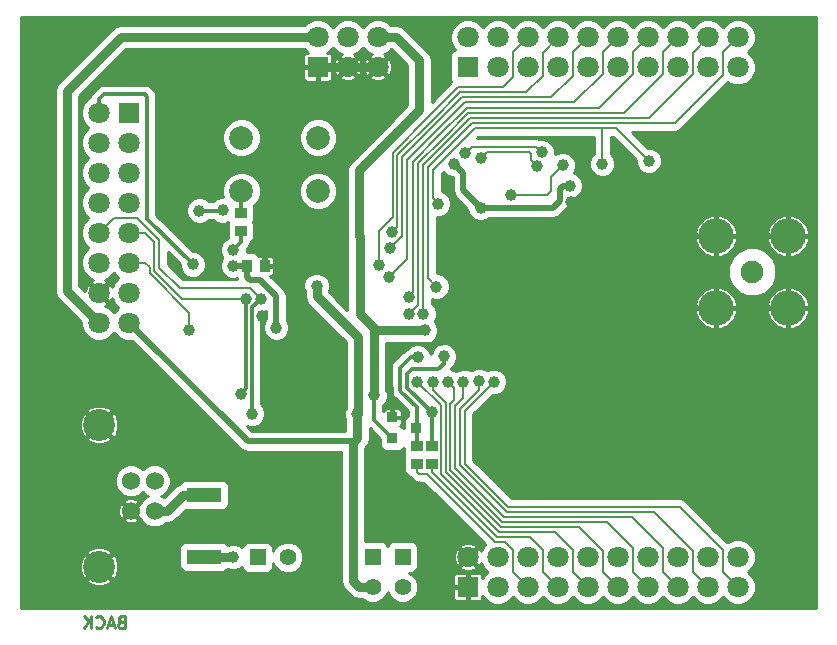
<source format=gbl>
G04 (created by PCBNEW-RS274X (2012-01-19 BZR 3256)-stable) date Fri 08 Jun 2012 05:03:52 PM EEST*
G01*
G70*
G90*
%MOIN*%
G04 Gerber Fmt 3.4, Leading zero omitted, Abs format*
%FSLAX34Y34*%
G04 APERTURE LIST*
%ADD10C,0.006000*%
%ADD11C,0.009800*%
%ADD12R,0.036000X0.036000*%
%ADD13O,0.074800X0.074800*%
%ADD14O,0.118100X0.118100*%
%ADD15R,0.039400X0.035400*%
%ADD16R,0.070900X0.070900*%
%ADD17C,0.070900*%
%ADD18R,0.118100X0.049200*%
%ADD19R,0.055100X0.055100*%
%ADD20C,0.055100*%
%ADD21R,0.035400X0.039400*%
%ADD22C,0.060000*%
%ADD23C,0.106300*%
%ADD24R,0.224400X0.189000*%
%ADD25C,0.063000*%
%ADD26C,0.078700*%
%ADD27C,0.039400*%
%ADD28C,0.141700*%
%ADD29C,0.007900*%
%ADD30C,0.008000*%
%ADD31C,0.011800*%
%ADD32C,0.019700*%
%ADD33C,0.031500*%
G04 APERTURE END LIST*
G54D10*
G54D11*
X54019Y-44777D02*
X53963Y-44796D01*
X53944Y-44815D01*
X53925Y-44852D01*
X53925Y-44908D01*
X53944Y-44946D01*
X53963Y-44965D01*
X54000Y-44983D01*
X54150Y-44983D01*
X54150Y-44589D01*
X54019Y-44589D01*
X53981Y-44608D01*
X53963Y-44627D01*
X53944Y-44665D01*
X53944Y-44702D01*
X53963Y-44740D01*
X53981Y-44758D01*
X54019Y-44777D01*
X54150Y-44777D01*
X53775Y-44871D02*
X53587Y-44871D01*
X53812Y-44983D02*
X53681Y-44589D01*
X53550Y-44983D01*
X53193Y-44946D02*
X53212Y-44965D01*
X53268Y-44983D01*
X53306Y-44983D01*
X53362Y-44965D01*
X53399Y-44927D01*
X53418Y-44890D01*
X53437Y-44815D01*
X53437Y-44758D01*
X53418Y-44683D01*
X53399Y-44646D01*
X53362Y-44608D01*
X53306Y-44589D01*
X53268Y-44589D01*
X53212Y-44608D01*
X53193Y-44627D01*
X53024Y-44983D02*
X53024Y-44589D01*
X52799Y-44983D02*
X52968Y-44758D01*
X52799Y-44589D02*
X53024Y-44815D01*
G54D12*
X63065Y-37957D03*
X63065Y-38657D03*
X63865Y-38307D03*
G54D13*
X75059Y-33101D03*
G54D14*
X73858Y-31900D03*
X76260Y-31900D03*
X76260Y-34302D03*
X73858Y-34302D03*
G54D15*
X58016Y-31733D03*
X58016Y-31141D03*
X63878Y-38917D03*
X63878Y-39509D03*
X64370Y-38917D03*
X64370Y-39509D03*
G54D16*
X65579Y-43610D03*
G54D17*
X66579Y-43610D03*
X67579Y-43610D03*
X68579Y-43610D03*
X69579Y-43610D03*
X70579Y-43610D03*
X71579Y-43610D03*
X72579Y-43610D03*
X73579Y-43610D03*
X74579Y-43610D03*
X74579Y-42610D03*
X73579Y-42610D03*
X72579Y-42610D03*
X71579Y-42610D03*
X70579Y-42610D03*
X69579Y-42610D03*
X68579Y-42610D03*
X67579Y-42610D03*
X66579Y-42610D03*
X65579Y-42610D03*
G54D16*
X65579Y-26287D03*
G54D17*
X66579Y-26287D03*
X67579Y-26287D03*
X68579Y-26287D03*
X69579Y-26287D03*
X70579Y-26287D03*
X71579Y-26287D03*
X72579Y-26287D03*
X73579Y-26287D03*
X74579Y-26287D03*
X74579Y-25287D03*
X73579Y-25287D03*
X72579Y-25287D03*
X71579Y-25287D03*
X70579Y-25287D03*
X69579Y-25287D03*
X68579Y-25287D03*
X67579Y-25287D03*
X66579Y-25287D03*
X65579Y-25287D03*
G54D18*
X56791Y-40541D03*
X56791Y-42607D03*
G54D19*
X63402Y-42610D03*
G54D20*
X63402Y-43610D03*
G54D19*
X58574Y-42622D03*
G54D20*
X59574Y-42622D03*
G54D19*
X62402Y-42610D03*
G54D20*
X62402Y-43610D03*
G54D21*
X58228Y-32903D03*
X58820Y-32903D03*
G54D16*
X60575Y-26287D03*
G54D17*
X61575Y-26287D03*
X62575Y-26287D03*
X62575Y-25287D03*
X61575Y-25287D03*
X60575Y-25287D03*
G54D22*
X55137Y-41071D03*
X55137Y-40071D03*
X54350Y-40071D03*
X54350Y-41071D03*
G54D23*
X53287Y-42933D03*
X53287Y-38209D03*
G54D16*
X54280Y-27799D03*
G54D17*
X53280Y-27799D03*
X54280Y-28799D03*
X53280Y-28799D03*
X54280Y-29799D03*
X53280Y-29799D03*
X54280Y-30799D03*
X53280Y-30799D03*
X54280Y-31799D03*
X53280Y-31799D03*
X54280Y-32799D03*
X53280Y-32799D03*
X54280Y-33799D03*
X53280Y-33799D03*
X54280Y-34799D03*
X53280Y-34799D03*
G54D24*
X68699Y-33387D03*
G54D25*
X69447Y-33958D03*
X68699Y-33958D03*
X67951Y-33958D03*
X69447Y-33387D03*
X68699Y-33387D03*
X67951Y-33387D03*
X69447Y-32816D03*
X68699Y-32816D03*
X67951Y-32816D03*
G54D26*
X58031Y-30404D03*
X60591Y-28632D03*
X58031Y-28632D03*
X60591Y-30404D03*
G54D27*
X74803Y-41732D03*
X72589Y-33711D03*
X51673Y-36713D03*
X76772Y-39370D03*
X75984Y-36220D03*
X76772Y-40945D03*
X76772Y-41732D03*
X72933Y-39646D03*
X75591Y-35433D03*
X76004Y-43937D03*
X51673Y-43720D03*
X54606Y-43740D03*
X76772Y-37795D03*
X51673Y-30610D03*
X56693Y-43740D03*
X76772Y-42520D03*
X53150Y-24980D03*
X75197Y-37402D03*
X72835Y-37402D03*
X61388Y-43967D03*
X76378Y-43169D03*
X75197Y-38583D03*
X75984Y-41339D03*
X60217Y-43760D03*
X75984Y-42520D03*
X76772Y-40157D03*
X75325Y-34262D03*
X76811Y-43937D03*
X74016Y-35433D03*
X74409Y-37402D03*
X76772Y-36220D03*
X51654Y-27343D03*
X72933Y-40472D03*
X75079Y-34921D03*
X75984Y-38976D03*
X75984Y-37402D03*
X51673Y-42185D03*
X58524Y-43760D03*
X69449Y-28858D03*
X76772Y-35433D03*
X74803Y-36220D03*
X72835Y-38583D03*
X74823Y-34252D03*
X51673Y-33642D03*
X74016Y-38583D03*
X76772Y-37008D03*
X76772Y-38583D03*
X75984Y-40157D03*
X51929Y-24980D03*
X51929Y-26102D03*
X51673Y-39429D03*
X73622Y-37402D03*
X64665Y-41437D03*
X62874Y-39882D03*
X63504Y-40138D03*
X62402Y-39055D03*
X62874Y-39311D03*
X58179Y-33996D03*
X58002Y-37165D03*
X58681Y-33996D03*
X58386Y-37835D03*
X56289Y-35030D03*
X63622Y-34508D03*
X63602Y-33957D03*
X62953Y-33287D03*
X62972Y-32323D03*
X63051Y-31791D03*
X62618Y-32894D03*
X68041Y-29114D03*
X65492Y-29154D03*
X67884Y-29577D03*
X66014Y-29311D03*
X63898Y-36772D03*
X67028Y-30551D03*
X68740Y-29547D03*
X64409Y-36772D03*
X64921Y-36772D03*
X65433Y-36772D03*
X65955Y-36742D03*
X66457Y-36772D03*
X64528Y-33602D03*
X64094Y-34508D03*
X57409Y-31059D03*
X56634Y-31063D03*
X70059Y-29508D03*
X71614Y-29409D03*
X64587Y-30837D03*
X57766Y-32372D03*
X63907Y-35955D03*
X56417Y-32854D03*
X64370Y-37776D03*
X64783Y-35925D03*
X68268Y-40276D03*
X61319Y-29469D03*
X63022Y-41201D03*
X61417Y-27953D03*
X72441Y-35433D03*
X66358Y-39646D03*
X76772Y-28346D03*
X77028Y-33543D03*
X68976Y-40276D03*
X72835Y-36220D03*
X72835Y-30315D03*
X64843Y-31949D03*
X68996Y-39232D03*
X69646Y-39232D03*
X66890Y-40157D03*
X68307Y-39232D03*
X67520Y-40276D03*
X56339Y-39075D03*
X65315Y-31161D03*
X63287Y-27224D03*
X75335Y-31949D03*
X65984Y-39232D03*
X56319Y-41339D03*
X75984Y-30709D03*
X76772Y-30709D03*
X76772Y-29528D03*
X76772Y-27165D03*
X72362Y-29213D03*
X74409Y-27559D03*
X75591Y-25984D03*
X75591Y-27165D03*
X74803Y-30709D03*
X73228Y-28346D03*
X73622Y-36220D03*
X76772Y-24980D03*
X75591Y-24980D03*
X73622Y-30709D03*
X71654Y-28740D03*
X73622Y-29528D03*
X74803Y-28346D03*
X75984Y-29528D03*
X76772Y-25984D03*
X75984Y-28346D03*
X72077Y-34833D03*
X72559Y-34823D03*
X59724Y-27618D03*
X74803Y-29528D03*
X73081Y-34823D03*
X74803Y-31949D03*
X56319Y-39783D03*
X72047Y-29921D03*
X72047Y-30709D03*
X59016Y-32264D03*
X69016Y-30768D03*
X70728Y-39055D03*
G54D28*
X56732Y-26496D03*
G54D27*
X71949Y-31358D03*
X72982Y-31535D03*
X71929Y-34154D03*
X77028Y-32736D03*
X70236Y-40492D03*
X70728Y-39921D03*
X70728Y-40492D03*
X70689Y-37441D03*
X70728Y-38248D03*
X72431Y-31535D03*
G54D28*
X74213Y-40354D03*
G54D27*
X57047Y-41831D03*
X72451Y-31998D03*
X72992Y-33976D03*
X71289Y-32864D03*
X73002Y-32018D03*
X58720Y-34577D03*
X60551Y-32903D03*
X72470Y-34173D03*
X62677Y-40669D03*
X65079Y-35118D03*
X66969Y-36457D03*
X62461Y-37224D03*
X64154Y-35059D03*
X66004Y-30965D03*
X65118Y-29498D03*
X68976Y-30236D03*
X61900Y-37844D03*
X60541Y-33573D03*
X57755Y-42607D03*
X59193Y-34970D03*
X57756Y-32903D03*
G54D29*
X56713Y-43760D02*
X58524Y-43760D01*
X51654Y-27343D02*
X51673Y-30610D01*
X73622Y-37402D02*
X72835Y-37402D01*
G54D30*
X74823Y-35177D02*
X75079Y-34921D01*
G54D29*
X74951Y-37126D02*
X74409Y-37402D01*
G54D30*
X72372Y-34213D02*
X72372Y-34006D01*
G54D29*
X76772Y-39370D02*
X76772Y-40157D01*
X76093Y-40738D02*
X75984Y-41339D01*
X51673Y-33642D02*
X51673Y-36713D01*
X74173Y-36417D02*
X74803Y-36220D01*
X76772Y-40945D02*
X76850Y-41269D01*
X74409Y-37402D02*
X75049Y-38091D01*
X76850Y-41269D02*
X76772Y-41732D01*
X76250Y-37136D02*
X75984Y-37402D01*
G54D30*
X74823Y-35630D02*
X74823Y-34252D01*
G54D29*
X51929Y-24980D02*
X51929Y-26102D01*
X51673Y-43720D02*
X51300Y-43740D01*
X75984Y-42520D02*
X76093Y-41605D01*
X72992Y-38061D02*
X73622Y-38061D01*
X76280Y-37234D02*
X76250Y-37136D01*
X76772Y-43307D02*
X76378Y-43169D01*
X76811Y-43937D02*
X76112Y-43869D01*
X75197Y-37402D02*
X75798Y-38130D01*
X60591Y-43386D02*
X61388Y-43967D01*
X75138Y-38917D02*
X74469Y-38917D01*
X60217Y-43760D02*
X60591Y-43386D01*
X51673Y-39429D02*
X51673Y-42185D01*
G54D30*
X74016Y-35433D02*
X74213Y-35630D01*
X74213Y-35630D02*
X74823Y-35630D01*
X75591Y-35433D02*
X76211Y-35620D01*
X74823Y-35630D02*
X74823Y-35177D01*
X72372Y-34006D02*
X72589Y-33711D01*
G54D29*
X76772Y-36220D02*
X76772Y-36999D01*
X72933Y-39646D02*
X72933Y-40472D01*
X73819Y-38937D02*
X73150Y-38937D01*
X56693Y-43740D02*
X56713Y-43760D01*
X76093Y-41605D02*
X76093Y-40738D01*
X75197Y-38583D02*
X75138Y-38917D01*
X75798Y-38130D02*
X76772Y-37795D01*
G54D30*
X72372Y-34213D02*
X71900Y-34213D01*
G54D29*
X75984Y-36220D02*
X76132Y-36417D01*
X76772Y-42520D02*
X76772Y-43307D01*
X74016Y-38583D02*
X73819Y-38937D01*
X75984Y-42520D02*
X74803Y-41732D01*
X72835Y-38583D02*
X72992Y-38061D01*
X76772Y-38583D02*
X76624Y-38898D01*
X74941Y-37215D02*
X74951Y-37126D01*
X76624Y-38898D02*
X75984Y-38976D01*
X76112Y-43869D02*
X76004Y-43937D01*
X76772Y-36999D02*
X76772Y-37008D01*
X51300Y-43740D02*
X54606Y-43740D01*
X63524Y-40709D02*
X63504Y-40689D01*
X63504Y-40689D02*
X63504Y-40138D01*
X62874Y-39882D02*
X62874Y-39311D01*
X56053Y-33996D02*
X58179Y-33996D01*
X55128Y-33071D02*
X55128Y-32116D01*
G54D31*
X58179Y-33996D02*
X58179Y-36988D01*
G54D29*
X54811Y-31799D02*
X55128Y-32116D01*
X54280Y-31799D02*
X54811Y-31799D01*
G54D31*
X58179Y-36988D02*
X58002Y-37165D01*
G54D29*
X56053Y-33996D02*
X55128Y-33071D01*
X53290Y-31799D02*
X53790Y-31299D01*
G54D31*
X58681Y-33996D02*
X58386Y-34291D01*
G54D29*
X54557Y-31299D02*
X55295Y-32037D01*
X58327Y-33642D02*
X58681Y-33996D01*
X55975Y-33642D02*
X58031Y-33642D01*
G54D31*
X58386Y-34291D02*
X58386Y-37835D01*
G54D29*
X53280Y-31799D02*
X53280Y-31803D01*
X53790Y-31299D02*
X54557Y-31299D01*
X55295Y-32037D02*
X55295Y-32962D01*
X58031Y-33642D02*
X58327Y-33642D01*
X53280Y-31799D02*
X53290Y-31799D01*
X55295Y-32962D02*
X55975Y-33642D01*
X54970Y-32952D02*
X54970Y-33160D01*
X54817Y-32799D02*
X54280Y-32799D01*
X54970Y-33160D02*
X56289Y-34479D01*
X56289Y-34479D02*
X56289Y-35030D01*
X54817Y-32799D02*
X54970Y-32952D01*
X63917Y-31339D02*
X63917Y-31339D01*
G54D30*
X72087Y-25779D02*
X72579Y-25287D01*
X72087Y-26516D02*
X72087Y-25779D01*
G54D29*
X63917Y-33150D02*
X63917Y-34213D01*
X63917Y-31339D02*
X63917Y-33150D01*
X64704Y-28701D02*
X65600Y-27805D01*
X63917Y-31339D02*
X63917Y-29488D01*
X63917Y-34213D02*
X63622Y-34508D01*
X70798Y-27805D02*
X72087Y-26516D01*
X65600Y-27805D02*
X70798Y-27805D01*
X64704Y-28701D02*
X63917Y-29488D01*
X63740Y-33780D02*
X63602Y-33957D01*
X63740Y-31398D02*
X63740Y-33012D01*
X63740Y-33012D02*
X63740Y-33780D01*
X69961Y-27628D02*
X71083Y-26506D01*
G54D30*
X71083Y-26506D02*
X71083Y-25783D01*
G54D29*
X63740Y-31398D02*
X63740Y-31398D01*
X63740Y-31398D02*
X63740Y-29428D01*
X65541Y-27628D02*
X69961Y-27628D01*
X64625Y-28543D02*
X64626Y-28543D01*
X64625Y-28543D02*
X63740Y-29428D01*
X64626Y-28543D02*
X65541Y-27628D01*
G54D30*
X71083Y-25783D02*
X71579Y-25287D01*
G54D29*
X64547Y-28386D02*
X64546Y-28386D01*
X63563Y-31496D02*
X63563Y-32677D01*
X64546Y-28386D02*
X63563Y-29369D01*
G54D30*
X65471Y-27461D02*
X64979Y-27953D01*
X70079Y-25787D02*
X70079Y-26515D01*
X70079Y-26515D02*
X69133Y-27461D01*
G54D29*
X64547Y-28386D02*
X64547Y-28385D01*
G54D30*
X69133Y-27461D02*
X65471Y-27461D01*
X70079Y-25787D02*
X70579Y-25287D01*
G54D29*
X63563Y-32677D02*
X62953Y-33287D01*
X64547Y-28385D02*
X64979Y-27953D01*
X63563Y-31496D02*
X63563Y-29369D01*
X63563Y-31496D02*
X63563Y-31496D01*
G54D30*
X65395Y-27283D02*
X68359Y-27283D01*
G54D29*
X63386Y-31574D02*
X63386Y-31574D01*
X63386Y-29310D02*
X63387Y-29310D01*
G54D30*
X69075Y-26567D02*
X69075Y-25791D01*
X69075Y-25791D02*
X69579Y-25287D01*
G54D29*
X63386Y-31909D02*
X62972Y-32323D01*
X63386Y-31574D02*
X63386Y-31909D01*
G54D30*
X63386Y-29310D02*
X63386Y-29292D01*
X68359Y-27283D02*
X69075Y-26567D01*
X63386Y-29292D02*
X65395Y-27283D01*
G54D29*
X63386Y-31574D02*
X63386Y-29310D01*
G54D30*
X68071Y-26564D02*
X67529Y-27106D01*
X68071Y-25795D02*
X68579Y-25287D01*
X68071Y-25795D02*
X68071Y-26564D01*
G54D29*
X64371Y-28070D02*
X65335Y-27106D01*
X67529Y-27106D02*
X65335Y-27106D01*
X63051Y-31791D02*
X63052Y-31791D01*
X63228Y-31615D02*
X63228Y-29213D01*
X63228Y-29213D02*
X64371Y-28070D01*
X63052Y-31791D02*
X63228Y-31615D01*
G54D30*
X67579Y-25287D02*
X67087Y-25779D01*
G54D29*
X63071Y-29134D02*
X63071Y-31280D01*
X64293Y-27912D02*
X64293Y-27913D01*
X62618Y-31732D02*
X62618Y-32894D01*
X64292Y-27914D02*
X63071Y-29134D01*
X64293Y-27913D02*
X64292Y-27914D01*
X63071Y-31280D02*
X62618Y-31732D01*
X64293Y-27912D02*
X65266Y-26939D01*
X64291Y-27913D02*
X64293Y-27913D01*
G54D30*
X67087Y-25779D02*
X67087Y-26605D01*
G54D29*
X65266Y-26939D02*
X66753Y-26939D01*
G54D30*
X67087Y-26605D02*
X66753Y-26939D01*
G54D29*
X65709Y-28937D02*
X67864Y-28937D01*
X67864Y-28937D02*
X68041Y-29114D01*
X65492Y-29154D02*
X65709Y-28937D01*
X67697Y-29390D02*
X67884Y-29577D01*
X66221Y-29103D02*
X67607Y-29103D01*
G54D30*
X66221Y-29103D02*
X66014Y-29311D01*
G54D29*
X67607Y-29103D02*
X67697Y-29193D01*
X67697Y-29193D02*
X67697Y-29390D01*
X69579Y-43610D02*
X69579Y-43605D01*
G54D30*
X64685Y-39804D02*
X64685Y-39853D01*
X66613Y-41781D02*
X68483Y-41781D01*
G54D29*
X63898Y-36772D02*
X63898Y-36772D01*
G54D30*
X64685Y-39853D02*
X66613Y-41781D01*
X68483Y-41781D02*
X69075Y-42373D01*
X69075Y-43101D02*
X69075Y-42373D01*
G54D29*
X69579Y-43605D02*
X69075Y-43101D01*
X64685Y-37894D02*
X64685Y-37559D01*
X64685Y-39804D02*
X64685Y-37894D01*
X64685Y-37559D02*
X63898Y-36772D01*
G54D30*
X67028Y-30551D02*
X67480Y-30551D01*
X68346Y-30414D02*
X68346Y-29941D01*
X67480Y-30551D02*
X68209Y-30551D01*
X68209Y-30551D02*
X68346Y-30414D01*
X68346Y-29941D02*
X68740Y-29547D01*
X64843Y-39784D02*
X66673Y-41614D01*
X70079Y-42412D02*
X69281Y-41614D01*
G54D29*
X70578Y-43610D02*
X70579Y-43610D01*
G54D30*
X69281Y-41614D02*
X66682Y-41614D01*
X66682Y-41614D02*
X66673Y-41614D01*
G54D29*
X70578Y-43610D02*
X70079Y-43111D01*
G54D30*
X70079Y-43111D02*
X70079Y-42412D01*
G54D29*
X64409Y-37049D02*
X64409Y-36772D01*
X64843Y-37483D02*
X64409Y-37049D01*
G54D30*
X64843Y-39725D02*
X64843Y-39784D01*
G54D29*
X64843Y-39725D02*
X64843Y-37483D01*
X65118Y-37382D02*
X65118Y-36968D01*
G54D30*
X71083Y-42303D02*
X71083Y-43110D01*
X70227Y-41447D02*
X71083Y-42303D01*
X65000Y-39645D02*
X65000Y-39715D01*
G54D29*
X71579Y-43610D02*
X71579Y-43606D01*
X65118Y-36968D02*
X64921Y-36772D01*
G54D30*
X65000Y-39715D02*
X66732Y-41447D01*
G54D29*
X65000Y-37500D02*
X65118Y-37382D01*
G54D30*
X66732Y-41447D02*
X70227Y-41447D01*
G54D29*
X65000Y-39645D02*
X65000Y-37500D01*
X71579Y-43606D02*
X71083Y-43110D01*
G54D30*
X65158Y-39637D02*
X66801Y-41280D01*
G54D29*
X65158Y-39568D02*
X65158Y-37578D01*
X72577Y-43610D02*
X72087Y-43120D01*
X72579Y-43610D02*
X72577Y-43610D01*
G54D30*
X66801Y-41280D02*
X71054Y-41280D01*
X72087Y-42313D02*
X72087Y-43120D01*
X65158Y-39568D02*
X65158Y-39637D01*
X71054Y-41280D02*
X72087Y-42313D01*
G54D29*
X65433Y-37303D02*
X65433Y-36772D01*
X65158Y-37578D02*
X65433Y-37303D01*
G54D30*
X66870Y-41112D02*
X71791Y-41112D01*
X65317Y-39559D02*
X66870Y-41112D01*
X65317Y-39480D02*
X65317Y-39559D01*
X73081Y-43112D02*
X73579Y-43610D01*
X71791Y-41112D02*
X73081Y-42402D01*
X65955Y-37028D02*
X65317Y-37666D01*
X65955Y-36742D02*
X65955Y-37028D01*
X65317Y-37666D02*
X65317Y-39480D01*
X73081Y-42402D02*
X73081Y-43112D01*
X65482Y-39498D02*
X66929Y-40945D01*
X65482Y-37736D02*
X65482Y-39498D01*
X72638Y-40945D02*
X74075Y-42382D01*
X74075Y-42382D02*
X74075Y-43106D01*
X74075Y-43106D02*
X74579Y-43610D01*
X66929Y-40945D02*
X72638Y-40945D01*
X66446Y-36772D02*
X65482Y-37736D01*
X66457Y-36772D02*
X66446Y-36772D01*
G54D29*
X65729Y-28149D02*
X64862Y-29016D01*
X64252Y-31181D02*
X64252Y-29626D01*
X64862Y-29016D02*
X64862Y-29016D01*
G54D30*
X74579Y-25287D02*
X74075Y-25791D01*
G54D29*
X65729Y-28149D02*
X72479Y-28149D01*
X64252Y-33327D02*
X64528Y-33602D01*
G54D30*
X74075Y-25791D02*
X74075Y-26553D01*
G54D29*
X64862Y-29016D02*
X64255Y-29623D01*
X64252Y-29626D02*
X64255Y-29623D01*
G54D30*
X74075Y-26553D02*
X72479Y-28149D01*
G54D29*
X64252Y-31181D02*
X64252Y-33327D01*
X64094Y-31260D02*
X64094Y-31260D01*
X65660Y-27982D02*
X71613Y-27982D01*
X64094Y-33525D02*
X64094Y-34508D01*
X71613Y-27982D02*
X73071Y-26524D01*
X64784Y-28858D02*
X64094Y-29548D01*
X64784Y-28858D02*
X65660Y-27982D01*
G54D30*
X73071Y-25795D02*
X73579Y-25287D01*
G54D29*
X64094Y-31260D02*
X64094Y-29548D01*
G54D30*
X73071Y-26524D02*
X73071Y-25795D01*
G54D29*
X64094Y-31260D02*
X64094Y-33525D01*
G54D31*
X56634Y-31063D02*
X57405Y-31063D01*
X57405Y-31063D02*
X57409Y-31059D01*
G54D30*
X70531Y-28327D02*
X70974Y-28770D01*
G54D29*
X64419Y-29715D02*
X64419Y-30659D01*
G54D30*
X70059Y-28327D02*
X70059Y-29508D01*
G54D29*
X65807Y-28327D02*
X64419Y-29715D01*
G54D30*
X65807Y-28327D02*
X70059Y-28327D01*
G54D29*
X71417Y-29213D02*
X70974Y-28770D01*
G54D30*
X70059Y-28327D02*
X70531Y-28327D01*
G54D29*
X64419Y-30659D02*
X64587Y-30837D01*
G54D31*
X58016Y-30419D02*
X58031Y-30404D01*
G54D30*
X71417Y-29213D02*
X71614Y-29409D01*
G54D31*
X58016Y-31141D02*
X58016Y-30419D01*
X58016Y-32122D02*
X57766Y-32372D01*
X58016Y-31733D02*
X58016Y-32122D01*
X63317Y-37057D02*
X63366Y-37106D01*
X63671Y-35955D02*
X63317Y-36309D01*
X63878Y-38320D02*
X63878Y-37618D01*
X63907Y-35955D02*
X63671Y-35955D01*
X63878Y-38320D02*
X63878Y-38917D01*
X63317Y-36309D02*
X63317Y-37057D01*
X63878Y-37618D02*
X63366Y-37106D01*
X56417Y-32854D02*
X54892Y-31329D01*
X53454Y-27176D02*
X53280Y-27350D01*
X54892Y-31329D02*
X54892Y-27264D01*
X54804Y-27176D02*
X53454Y-27176D01*
X53280Y-27350D02*
X53280Y-27799D01*
X54892Y-27264D02*
X54804Y-27176D01*
X64783Y-35925D02*
X64783Y-36171D01*
X64596Y-36358D02*
X63721Y-36358D01*
X63721Y-36358D02*
X63563Y-36516D01*
X64783Y-36171D02*
X64596Y-36358D01*
X64370Y-38917D02*
X64370Y-37776D01*
X64370Y-37776D02*
X63563Y-36969D01*
X63563Y-36969D02*
X63563Y-36516D01*
G54D29*
X59724Y-27618D02*
X59646Y-27224D01*
G54D31*
X63189Y-35512D02*
X62972Y-35729D01*
G54D29*
X56811Y-41831D02*
X57047Y-41831D01*
X61319Y-28405D02*
X61319Y-29469D01*
X61417Y-27953D02*
X61319Y-28405D01*
X66890Y-40157D02*
X66379Y-39646D01*
G54D30*
X73002Y-32018D02*
X72992Y-32008D01*
G54D29*
X75984Y-28346D02*
X74803Y-28346D01*
X64843Y-31633D02*
X64843Y-31949D01*
X69646Y-39232D02*
X68976Y-39902D01*
X65315Y-31161D02*
X64843Y-31633D01*
X68268Y-40276D02*
X67520Y-40276D01*
G54D30*
X72982Y-31535D02*
X72972Y-31535D01*
G54D29*
X56319Y-41339D02*
X56811Y-41831D01*
X77028Y-32736D02*
X77028Y-33543D01*
X63022Y-41201D02*
X63209Y-41201D01*
X68307Y-39232D02*
X68996Y-39232D01*
G54D31*
X68699Y-32411D02*
X69862Y-32411D01*
X69862Y-34380D02*
X69862Y-34409D01*
G54D29*
X74803Y-29528D02*
X75984Y-29528D01*
X59646Y-27224D02*
X63287Y-27224D01*
X74823Y-31969D02*
X75335Y-31949D01*
X74803Y-31949D02*
X74823Y-31969D01*
X66379Y-39646D02*
X66358Y-39646D01*
X73622Y-30709D02*
X74803Y-30709D01*
X72441Y-28740D02*
X72362Y-29213D01*
X75984Y-30709D02*
X76772Y-30709D01*
X76772Y-29528D02*
X76772Y-28346D01*
G54D30*
X71949Y-31358D02*
X72224Y-31358D01*
G54D29*
X75591Y-25984D02*
X75591Y-27165D01*
G54D30*
X71929Y-34468D02*
X72077Y-34833D01*
G54D31*
X68699Y-33387D02*
X68699Y-32411D01*
G54D29*
X74409Y-27559D02*
X73622Y-28346D01*
X73622Y-28346D02*
X73228Y-28346D01*
X76772Y-24980D02*
X75591Y-24980D01*
X71654Y-28740D02*
X72441Y-28740D01*
X72835Y-30315D02*
X73622Y-29528D01*
X76772Y-27165D02*
X76772Y-25984D01*
X72047Y-29921D02*
X72047Y-30709D01*
G54D31*
X65079Y-35148D02*
X64715Y-35512D01*
G54D29*
X72835Y-36220D02*
X73622Y-36220D01*
G54D31*
X68699Y-32411D02*
X68699Y-32394D01*
G54D30*
X71929Y-34468D02*
X71929Y-34154D01*
G54D31*
X73858Y-38149D02*
X74213Y-40354D01*
G54D32*
X58820Y-32460D02*
X58820Y-32903D01*
G54D29*
X56339Y-39075D02*
X56319Y-39095D01*
G54D30*
X72441Y-35433D02*
X72687Y-35640D01*
G54D31*
X73858Y-34302D02*
X73858Y-38149D01*
G54D30*
X72687Y-35640D02*
X73386Y-35640D01*
G54D31*
X62972Y-36879D02*
X62972Y-35729D01*
G54D29*
X70689Y-39193D02*
X70728Y-39921D01*
X70728Y-39055D02*
X70689Y-39193D01*
X56319Y-39095D02*
X56319Y-39783D01*
X70689Y-37441D02*
X70709Y-37461D01*
X70709Y-37461D02*
X70728Y-38248D01*
X70728Y-39921D02*
X70728Y-40492D01*
G54D30*
X73081Y-34823D02*
X72559Y-34823D01*
G54D31*
X67539Y-34380D02*
X67470Y-34380D01*
X63065Y-36972D02*
X62972Y-36879D01*
G54D32*
X58820Y-32460D02*
X59016Y-32264D01*
G54D31*
X67539Y-32411D02*
X67500Y-32411D01*
G54D30*
X71299Y-32854D02*
X71319Y-32854D01*
G54D31*
X63065Y-36972D02*
X63065Y-37957D01*
G54D30*
X71289Y-32864D02*
X71299Y-32854D01*
X72224Y-31358D02*
X72382Y-31516D01*
X72992Y-32008D02*
X72992Y-31998D01*
G54D31*
X64715Y-35512D02*
X63189Y-35512D01*
X69862Y-34380D02*
X67539Y-34380D01*
G54D29*
X63209Y-41201D02*
X62677Y-40669D01*
G54D31*
X69862Y-32411D02*
X69862Y-34380D01*
X67539Y-34380D02*
X67539Y-32411D01*
X68699Y-32394D02*
X68682Y-32411D01*
G54D29*
X68976Y-39902D02*
X68976Y-40276D01*
G54D30*
X71929Y-34154D02*
X72372Y-34144D01*
X72372Y-34144D02*
X72470Y-34173D01*
G54D31*
X65079Y-35118D02*
X65079Y-35148D01*
G54D30*
X72382Y-31516D02*
X72431Y-31535D01*
G54D31*
X68682Y-32411D02*
X67500Y-32411D01*
G54D33*
X62575Y-26287D02*
X61575Y-26287D01*
X60575Y-26287D02*
X61575Y-26287D01*
X63201Y-25287D02*
X63967Y-26053D01*
X63967Y-27716D02*
X61968Y-29715D01*
X61969Y-31899D02*
X61969Y-34508D01*
G54D32*
X65118Y-29498D02*
X65433Y-29813D01*
X53280Y-34799D02*
X53280Y-34806D01*
G54D31*
X62461Y-38053D02*
X63065Y-38657D01*
G54D32*
X65433Y-30000D02*
X65433Y-30394D01*
G54D33*
X63200Y-25287D02*
X63201Y-25287D01*
X62461Y-37224D02*
X62461Y-35059D01*
X61968Y-29715D02*
X61968Y-31900D01*
X61969Y-34508D02*
X62520Y-35059D01*
G54D32*
X68642Y-30729D02*
X68406Y-30965D01*
X68976Y-30236D02*
X68739Y-30236D01*
G54D33*
X63967Y-26053D02*
X63967Y-27716D01*
X61968Y-31900D02*
X61969Y-31899D01*
X62520Y-35059D02*
X64154Y-35059D01*
G54D32*
X65433Y-29813D02*
X65433Y-30000D01*
G54D31*
X62461Y-37224D02*
X62461Y-38053D01*
G54D33*
X52224Y-27067D02*
X52224Y-33743D01*
G54D32*
X66004Y-30965D02*
X66004Y-30965D01*
G54D33*
X62575Y-25287D02*
X63200Y-25287D01*
X60575Y-25287D02*
X54004Y-25287D01*
X62461Y-35059D02*
X62520Y-35059D01*
X52224Y-33743D02*
X53280Y-34799D01*
G54D32*
X66004Y-30965D02*
X65433Y-30394D01*
X66358Y-30965D02*
X68406Y-30965D01*
X68739Y-30236D02*
X68642Y-30333D01*
X66004Y-30965D02*
X66358Y-30965D01*
G54D33*
X54004Y-25287D02*
X52224Y-27067D01*
G54D32*
X68642Y-30333D02*
X68642Y-30729D01*
G54D33*
X61956Y-43610D02*
X62402Y-43610D01*
G54D32*
X54280Y-34799D02*
X54280Y-34801D01*
G54D33*
X61900Y-37844D02*
X61900Y-38651D01*
X60541Y-33926D02*
X61909Y-35294D01*
G54D31*
X61900Y-37844D02*
X61909Y-37844D01*
G54D33*
X61742Y-43396D02*
X61742Y-38809D01*
X61956Y-43610D02*
X61742Y-43396D01*
X60541Y-33573D02*
X60541Y-33926D01*
G54D32*
X58239Y-38760D02*
X61772Y-38760D01*
G54D33*
X61900Y-38651D02*
X61742Y-38809D01*
G54D32*
X54280Y-34801D02*
X58239Y-38760D01*
G54D33*
X61909Y-35294D02*
X61909Y-37844D01*
G54D29*
X67087Y-42375D02*
X66819Y-42107D01*
X64213Y-39843D02*
X64685Y-40315D01*
X67087Y-43121D02*
X67087Y-42375D01*
X66819Y-42107D02*
X66477Y-42107D01*
X67576Y-43610D02*
X67087Y-43121D01*
X66477Y-42107D02*
X64685Y-40315D01*
X63878Y-39764D02*
X63957Y-39843D01*
X63957Y-39843D02*
X64213Y-39843D01*
X63878Y-39509D02*
X63878Y-39764D01*
X67576Y-43610D02*
X67579Y-43610D01*
G54D30*
X64370Y-39744D02*
X64370Y-39764D01*
X64370Y-39764D02*
X66556Y-41950D01*
G54D29*
X68579Y-43608D02*
X68579Y-43610D01*
G54D30*
X67639Y-41949D02*
X66555Y-41949D01*
G54D29*
X68579Y-43608D02*
X68071Y-43100D01*
G54D30*
X66555Y-41949D02*
X66556Y-41950D01*
X68071Y-43100D02*
X68071Y-42381D01*
G54D29*
X67639Y-41949D02*
X68071Y-42381D01*
X64370Y-39509D02*
X64370Y-39744D01*
G54D33*
X56791Y-40541D02*
X56093Y-40541D01*
X56093Y-40541D02*
X55561Y-41073D01*
X55561Y-41073D02*
X55138Y-41073D01*
X57755Y-42607D02*
X56791Y-42607D01*
G54D32*
X59193Y-34970D02*
X59193Y-33927D01*
X58228Y-32903D02*
X57756Y-32903D01*
X59193Y-33927D02*
X58642Y-33376D01*
X58228Y-33286D02*
X58318Y-33376D01*
X58228Y-33286D02*
X58228Y-32903D01*
X58642Y-33376D02*
X58318Y-33376D01*
G54D10*
G36*
X63564Y-27549D02*
X63049Y-28064D01*
X63049Y-26371D01*
X63045Y-26183D01*
X62982Y-26027D01*
X62913Y-25990D01*
X62616Y-26287D01*
X62913Y-26584D01*
X62982Y-26547D01*
X63049Y-26371D01*
X63049Y-28064D01*
X62872Y-28241D01*
X62872Y-26625D01*
X62575Y-26328D01*
X62534Y-26369D01*
X62534Y-26287D01*
X62237Y-25990D01*
X62168Y-26027D01*
X62101Y-26203D01*
X62105Y-26391D01*
X62168Y-26547D01*
X62237Y-26584D01*
X62534Y-26287D01*
X62534Y-26369D01*
X62278Y-26625D01*
X62315Y-26694D01*
X62491Y-26761D01*
X62679Y-26757D01*
X62835Y-26694D01*
X62872Y-26625D01*
X62872Y-28241D01*
X62049Y-29064D01*
X62049Y-26371D01*
X62045Y-26183D01*
X61982Y-26027D01*
X61913Y-25990D01*
X61616Y-26287D01*
X61913Y-26584D01*
X61982Y-26547D01*
X62049Y-26371D01*
X62049Y-29064D01*
X61872Y-29241D01*
X61872Y-26625D01*
X61575Y-26328D01*
X61534Y-26369D01*
X61534Y-26287D01*
X61237Y-25990D01*
X61168Y-26027D01*
X61101Y-26203D01*
X61105Y-26391D01*
X61168Y-26547D01*
X61237Y-26584D01*
X61534Y-26287D01*
X61534Y-26369D01*
X61278Y-26625D01*
X61315Y-26694D01*
X61491Y-26761D01*
X61679Y-26757D01*
X61835Y-26694D01*
X61872Y-26625D01*
X61872Y-29241D01*
X61683Y-29430D01*
X61596Y-29561D01*
X61565Y-29715D01*
X61565Y-31900D01*
X61566Y-31904D01*
X61566Y-34381D01*
X61230Y-34045D01*
X61230Y-30532D01*
X61230Y-30278D01*
X61230Y-28760D01*
X61230Y-28506D01*
X61133Y-28271D01*
X61057Y-28194D01*
X61057Y-26667D01*
X61057Y-26616D01*
X61057Y-26348D01*
X61025Y-26316D01*
X60604Y-26316D01*
X60604Y-26737D01*
X60636Y-26769D01*
X60954Y-26769D01*
X61001Y-26750D01*
X61037Y-26714D01*
X61057Y-26667D01*
X61057Y-28194D01*
X60954Y-28091D01*
X60719Y-27993D01*
X60546Y-27993D01*
X60546Y-26737D01*
X60546Y-26316D01*
X60125Y-26316D01*
X60093Y-26348D01*
X60093Y-26616D01*
X60093Y-26667D01*
X60113Y-26714D01*
X60149Y-26750D01*
X60196Y-26769D01*
X60514Y-26769D01*
X60546Y-26737D01*
X60546Y-27993D01*
X60465Y-27993D01*
X60230Y-28090D01*
X60050Y-28269D01*
X59952Y-28504D01*
X59952Y-28758D01*
X60049Y-28993D01*
X60228Y-29173D01*
X60463Y-29271D01*
X60717Y-29271D01*
X60952Y-29174D01*
X61132Y-28995D01*
X61230Y-28760D01*
X61230Y-30278D01*
X61133Y-30043D01*
X60954Y-29863D01*
X60719Y-29765D01*
X60465Y-29765D01*
X60230Y-29862D01*
X60050Y-30041D01*
X59952Y-30276D01*
X59952Y-30530D01*
X60049Y-30765D01*
X60228Y-30945D01*
X60463Y-31043D01*
X60717Y-31043D01*
X60952Y-30946D01*
X61132Y-30767D01*
X61230Y-30532D01*
X61230Y-34045D01*
X60944Y-33759D01*
X60944Y-33755D01*
X60983Y-33661D01*
X60983Y-33485D01*
X60916Y-33323D01*
X60791Y-33198D01*
X60629Y-33131D01*
X60453Y-33131D01*
X60291Y-33198D01*
X60166Y-33323D01*
X60099Y-33485D01*
X60099Y-33661D01*
X60138Y-33755D01*
X60138Y-33926D01*
X60169Y-34080D01*
X60256Y-34211D01*
X61506Y-35461D01*
X61506Y-37639D01*
X61458Y-37756D01*
X61458Y-37932D01*
X61497Y-38026D01*
X61497Y-38416D01*
X58381Y-38416D01*
X58204Y-38238D01*
X58298Y-38277D01*
X58474Y-38277D01*
X58636Y-38210D01*
X58761Y-38085D01*
X58828Y-37923D01*
X58828Y-37747D01*
X58761Y-37585D01*
X58691Y-37515D01*
X58691Y-34438D01*
X58769Y-34438D01*
X58849Y-34404D01*
X58849Y-34689D01*
X58818Y-34720D01*
X58751Y-34882D01*
X58751Y-35058D01*
X58818Y-35220D01*
X58943Y-35345D01*
X59105Y-35412D01*
X59281Y-35412D01*
X59443Y-35345D01*
X59568Y-35220D01*
X59635Y-35058D01*
X59635Y-34882D01*
X59568Y-34720D01*
X59537Y-34689D01*
X59537Y-33927D01*
X59511Y-33795D01*
X59436Y-33684D01*
X58980Y-33228D01*
X59022Y-33228D01*
X59069Y-33209D01*
X59105Y-33173D01*
X59125Y-33126D01*
X59125Y-33075D01*
X59125Y-32964D01*
X59125Y-32842D01*
X59125Y-32731D01*
X59125Y-32680D01*
X59105Y-32633D01*
X59069Y-32597D01*
X59022Y-32578D01*
X58881Y-32578D01*
X58849Y-32610D01*
X58849Y-32874D01*
X59093Y-32874D01*
X59125Y-32842D01*
X59125Y-32964D01*
X59093Y-32932D01*
X58898Y-32932D01*
X58849Y-32932D01*
X58791Y-32932D01*
X58791Y-32874D01*
X58791Y-32825D01*
X58791Y-32610D01*
X58759Y-32578D01*
X58618Y-32578D01*
X58617Y-32578D01*
X58613Y-32567D01*
X58544Y-32498D01*
X58453Y-32461D01*
X58356Y-32461D01*
X58207Y-32461D01*
X58208Y-32460D01*
X58208Y-32361D01*
X58229Y-32339D01*
X58231Y-32338D01*
X58232Y-32338D01*
X58298Y-32239D01*
X58319Y-32131D01*
X58352Y-32118D01*
X58421Y-32049D01*
X58458Y-31958D01*
X58458Y-31861D01*
X58458Y-31507D01*
X58429Y-31436D01*
X58458Y-31366D01*
X58458Y-31269D01*
X58458Y-30915D01*
X58447Y-30890D01*
X58572Y-30767D01*
X58670Y-30532D01*
X58670Y-30278D01*
X58670Y-28760D01*
X58670Y-28506D01*
X58573Y-28271D01*
X58394Y-28091D01*
X58159Y-27993D01*
X57905Y-27993D01*
X57670Y-28090D01*
X57490Y-28269D01*
X57392Y-28504D01*
X57392Y-28758D01*
X57489Y-28993D01*
X57668Y-29173D01*
X57903Y-29271D01*
X58157Y-29271D01*
X58392Y-29174D01*
X58572Y-28995D01*
X58670Y-28760D01*
X58670Y-30278D01*
X58573Y-30043D01*
X58394Y-29863D01*
X58159Y-29765D01*
X57905Y-29765D01*
X57670Y-29862D01*
X57490Y-30041D01*
X57392Y-30276D01*
X57392Y-30530D01*
X57427Y-30617D01*
X57321Y-30617D01*
X57159Y-30684D01*
X57085Y-30758D01*
X56954Y-30758D01*
X56884Y-30688D01*
X56722Y-30621D01*
X56546Y-30621D01*
X56384Y-30688D01*
X56259Y-30813D01*
X56192Y-30975D01*
X56192Y-31151D01*
X56259Y-31313D01*
X56384Y-31438D01*
X56546Y-31505D01*
X56722Y-31505D01*
X56884Y-31438D01*
X56954Y-31368D01*
X57093Y-31368D01*
X57159Y-31434D01*
X57321Y-31501D01*
X57497Y-31501D01*
X57592Y-31461D01*
X57574Y-31508D01*
X57574Y-31605D01*
X57574Y-31959D01*
X57578Y-31970D01*
X57516Y-31997D01*
X57391Y-32122D01*
X57324Y-32284D01*
X57324Y-32460D01*
X57391Y-32622D01*
X57401Y-32632D01*
X57381Y-32653D01*
X57314Y-32815D01*
X57314Y-32991D01*
X57381Y-33153D01*
X57506Y-33278D01*
X57668Y-33345D01*
X57844Y-33345D01*
X57891Y-33325D01*
X57897Y-33357D01*
X56093Y-33357D01*
X55580Y-32843D01*
X55580Y-32448D01*
X55975Y-32843D01*
X55975Y-32942D01*
X56042Y-33104D01*
X56167Y-33229D01*
X56329Y-33296D01*
X56505Y-33296D01*
X56667Y-33229D01*
X56792Y-33104D01*
X56859Y-32942D01*
X56859Y-32766D01*
X56792Y-32604D01*
X56667Y-32479D01*
X56505Y-32412D01*
X56406Y-32412D01*
X55197Y-31202D01*
X55197Y-27264D01*
X55174Y-27147D01*
X55108Y-27048D01*
X55105Y-27046D01*
X55020Y-26960D01*
X54921Y-26894D01*
X54804Y-26871D01*
X53454Y-26871D01*
X53337Y-26894D01*
X53238Y-26960D01*
X53064Y-27134D01*
X52998Y-27233D01*
X52990Y-27270D01*
X52941Y-27291D01*
X52772Y-27460D01*
X52681Y-27680D01*
X52681Y-27918D01*
X52772Y-28138D01*
X52933Y-28299D01*
X52772Y-28460D01*
X52681Y-28680D01*
X52681Y-28918D01*
X52772Y-29138D01*
X52933Y-29299D01*
X52772Y-29460D01*
X52681Y-29680D01*
X52681Y-29918D01*
X52772Y-30138D01*
X52933Y-30299D01*
X52772Y-30460D01*
X52681Y-30680D01*
X52681Y-30918D01*
X52772Y-31138D01*
X52933Y-31299D01*
X52772Y-31460D01*
X52681Y-31680D01*
X52681Y-31918D01*
X52772Y-32138D01*
X52933Y-32299D01*
X52772Y-32460D01*
X52681Y-32680D01*
X52681Y-32918D01*
X52772Y-33138D01*
X52941Y-33307D01*
X53084Y-33366D01*
X53020Y-33392D01*
X52983Y-33461D01*
X53280Y-33758D01*
X53577Y-33461D01*
X53540Y-33392D01*
X53474Y-33366D01*
X53619Y-33307D01*
X53780Y-33146D01*
X53933Y-33299D01*
X53772Y-33460D01*
X53712Y-33603D01*
X53687Y-33539D01*
X53618Y-33502D01*
X53321Y-33799D01*
X53618Y-34096D01*
X53687Y-34059D01*
X53712Y-33993D01*
X53772Y-34138D01*
X53933Y-34299D01*
X53780Y-34452D01*
X53619Y-34291D01*
X53475Y-34231D01*
X53540Y-34206D01*
X53577Y-34137D01*
X53315Y-33875D01*
X53280Y-33840D01*
X53239Y-33799D01*
X53204Y-33764D01*
X52942Y-33502D01*
X52873Y-33539D01*
X52806Y-33715D01*
X52806Y-33755D01*
X52627Y-33576D01*
X52627Y-27234D01*
X54171Y-25690D01*
X60131Y-25690D01*
X60236Y-25795D01*
X60260Y-25805D01*
X60196Y-25805D01*
X60149Y-25824D01*
X60113Y-25860D01*
X60093Y-25907D01*
X60093Y-25958D01*
X60093Y-26226D01*
X60125Y-26258D01*
X60497Y-26258D01*
X60546Y-26258D01*
X60604Y-26258D01*
X60653Y-26258D01*
X61025Y-26258D01*
X61057Y-26226D01*
X61057Y-25958D01*
X61057Y-25907D01*
X61037Y-25860D01*
X61001Y-25824D01*
X60954Y-25805D01*
X60889Y-25805D01*
X60914Y-25795D01*
X61075Y-25634D01*
X61236Y-25795D01*
X61379Y-25854D01*
X61315Y-25880D01*
X61278Y-25949D01*
X61575Y-26246D01*
X61872Y-25949D01*
X61835Y-25880D01*
X61769Y-25854D01*
X61914Y-25795D01*
X62075Y-25634D01*
X62236Y-25795D01*
X62379Y-25854D01*
X62315Y-25880D01*
X62278Y-25949D01*
X62575Y-26246D01*
X62872Y-25949D01*
X62835Y-25880D01*
X62769Y-25854D01*
X62914Y-25795D01*
X63019Y-25690D01*
X63034Y-25690D01*
X63564Y-26220D01*
X63564Y-27549D01*
X63564Y-27549D01*
G37*
G54D11*
X63564Y-27549D02*
X63049Y-28064D01*
X63049Y-26371D01*
X63045Y-26183D01*
X62982Y-26027D01*
X62913Y-25990D01*
X62616Y-26287D01*
X62913Y-26584D01*
X62982Y-26547D01*
X63049Y-26371D01*
X63049Y-28064D01*
X62872Y-28241D01*
X62872Y-26625D01*
X62575Y-26328D01*
X62534Y-26369D01*
X62534Y-26287D01*
X62237Y-25990D01*
X62168Y-26027D01*
X62101Y-26203D01*
X62105Y-26391D01*
X62168Y-26547D01*
X62237Y-26584D01*
X62534Y-26287D01*
X62534Y-26369D01*
X62278Y-26625D01*
X62315Y-26694D01*
X62491Y-26761D01*
X62679Y-26757D01*
X62835Y-26694D01*
X62872Y-26625D01*
X62872Y-28241D01*
X62049Y-29064D01*
X62049Y-26371D01*
X62045Y-26183D01*
X61982Y-26027D01*
X61913Y-25990D01*
X61616Y-26287D01*
X61913Y-26584D01*
X61982Y-26547D01*
X62049Y-26371D01*
X62049Y-29064D01*
X61872Y-29241D01*
X61872Y-26625D01*
X61575Y-26328D01*
X61534Y-26369D01*
X61534Y-26287D01*
X61237Y-25990D01*
X61168Y-26027D01*
X61101Y-26203D01*
X61105Y-26391D01*
X61168Y-26547D01*
X61237Y-26584D01*
X61534Y-26287D01*
X61534Y-26369D01*
X61278Y-26625D01*
X61315Y-26694D01*
X61491Y-26761D01*
X61679Y-26757D01*
X61835Y-26694D01*
X61872Y-26625D01*
X61872Y-29241D01*
X61683Y-29430D01*
X61596Y-29561D01*
X61565Y-29715D01*
X61565Y-31900D01*
X61566Y-31904D01*
X61566Y-34381D01*
X61230Y-34045D01*
X61230Y-30532D01*
X61230Y-30278D01*
X61230Y-28760D01*
X61230Y-28506D01*
X61133Y-28271D01*
X61057Y-28194D01*
X61057Y-26667D01*
X61057Y-26616D01*
X61057Y-26348D01*
X61025Y-26316D01*
X60604Y-26316D01*
X60604Y-26737D01*
X60636Y-26769D01*
X60954Y-26769D01*
X61001Y-26750D01*
X61037Y-26714D01*
X61057Y-26667D01*
X61057Y-28194D01*
X60954Y-28091D01*
X60719Y-27993D01*
X60546Y-27993D01*
X60546Y-26737D01*
X60546Y-26316D01*
X60125Y-26316D01*
X60093Y-26348D01*
X60093Y-26616D01*
X60093Y-26667D01*
X60113Y-26714D01*
X60149Y-26750D01*
X60196Y-26769D01*
X60514Y-26769D01*
X60546Y-26737D01*
X60546Y-27993D01*
X60465Y-27993D01*
X60230Y-28090D01*
X60050Y-28269D01*
X59952Y-28504D01*
X59952Y-28758D01*
X60049Y-28993D01*
X60228Y-29173D01*
X60463Y-29271D01*
X60717Y-29271D01*
X60952Y-29174D01*
X61132Y-28995D01*
X61230Y-28760D01*
X61230Y-30278D01*
X61133Y-30043D01*
X60954Y-29863D01*
X60719Y-29765D01*
X60465Y-29765D01*
X60230Y-29862D01*
X60050Y-30041D01*
X59952Y-30276D01*
X59952Y-30530D01*
X60049Y-30765D01*
X60228Y-30945D01*
X60463Y-31043D01*
X60717Y-31043D01*
X60952Y-30946D01*
X61132Y-30767D01*
X61230Y-30532D01*
X61230Y-34045D01*
X60944Y-33759D01*
X60944Y-33755D01*
X60983Y-33661D01*
X60983Y-33485D01*
X60916Y-33323D01*
X60791Y-33198D01*
X60629Y-33131D01*
X60453Y-33131D01*
X60291Y-33198D01*
X60166Y-33323D01*
X60099Y-33485D01*
X60099Y-33661D01*
X60138Y-33755D01*
X60138Y-33926D01*
X60169Y-34080D01*
X60256Y-34211D01*
X61506Y-35461D01*
X61506Y-37639D01*
X61458Y-37756D01*
X61458Y-37932D01*
X61497Y-38026D01*
X61497Y-38416D01*
X58381Y-38416D01*
X58204Y-38238D01*
X58298Y-38277D01*
X58474Y-38277D01*
X58636Y-38210D01*
X58761Y-38085D01*
X58828Y-37923D01*
X58828Y-37747D01*
X58761Y-37585D01*
X58691Y-37515D01*
X58691Y-34438D01*
X58769Y-34438D01*
X58849Y-34404D01*
X58849Y-34689D01*
X58818Y-34720D01*
X58751Y-34882D01*
X58751Y-35058D01*
X58818Y-35220D01*
X58943Y-35345D01*
X59105Y-35412D01*
X59281Y-35412D01*
X59443Y-35345D01*
X59568Y-35220D01*
X59635Y-35058D01*
X59635Y-34882D01*
X59568Y-34720D01*
X59537Y-34689D01*
X59537Y-33927D01*
X59511Y-33795D01*
X59436Y-33684D01*
X58980Y-33228D01*
X59022Y-33228D01*
X59069Y-33209D01*
X59105Y-33173D01*
X59125Y-33126D01*
X59125Y-33075D01*
X59125Y-32964D01*
X59125Y-32842D01*
X59125Y-32731D01*
X59125Y-32680D01*
X59105Y-32633D01*
X59069Y-32597D01*
X59022Y-32578D01*
X58881Y-32578D01*
X58849Y-32610D01*
X58849Y-32874D01*
X59093Y-32874D01*
X59125Y-32842D01*
X59125Y-32964D01*
X59093Y-32932D01*
X58898Y-32932D01*
X58849Y-32932D01*
X58791Y-32932D01*
X58791Y-32874D01*
X58791Y-32825D01*
X58791Y-32610D01*
X58759Y-32578D01*
X58618Y-32578D01*
X58617Y-32578D01*
X58613Y-32567D01*
X58544Y-32498D01*
X58453Y-32461D01*
X58356Y-32461D01*
X58207Y-32461D01*
X58208Y-32460D01*
X58208Y-32361D01*
X58229Y-32339D01*
X58231Y-32338D01*
X58232Y-32338D01*
X58298Y-32239D01*
X58319Y-32131D01*
X58352Y-32118D01*
X58421Y-32049D01*
X58458Y-31958D01*
X58458Y-31861D01*
X58458Y-31507D01*
X58429Y-31436D01*
X58458Y-31366D01*
X58458Y-31269D01*
X58458Y-30915D01*
X58447Y-30890D01*
X58572Y-30767D01*
X58670Y-30532D01*
X58670Y-30278D01*
X58670Y-28760D01*
X58670Y-28506D01*
X58573Y-28271D01*
X58394Y-28091D01*
X58159Y-27993D01*
X57905Y-27993D01*
X57670Y-28090D01*
X57490Y-28269D01*
X57392Y-28504D01*
X57392Y-28758D01*
X57489Y-28993D01*
X57668Y-29173D01*
X57903Y-29271D01*
X58157Y-29271D01*
X58392Y-29174D01*
X58572Y-28995D01*
X58670Y-28760D01*
X58670Y-30278D01*
X58573Y-30043D01*
X58394Y-29863D01*
X58159Y-29765D01*
X57905Y-29765D01*
X57670Y-29862D01*
X57490Y-30041D01*
X57392Y-30276D01*
X57392Y-30530D01*
X57427Y-30617D01*
X57321Y-30617D01*
X57159Y-30684D01*
X57085Y-30758D01*
X56954Y-30758D01*
X56884Y-30688D01*
X56722Y-30621D01*
X56546Y-30621D01*
X56384Y-30688D01*
X56259Y-30813D01*
X56192Y-30975D01*
X56192Y-31151D01*
X56259Y-31313D01*
X56384Y-31438D01*
X56546Y-31505D01*
X56722Y-31505D01*
X56884Y-31438D01*
X56954Y-31368D01*
X57093Y-31368D01*
X57159Y-31434D01*
X57321Y-31501D01*
X57497Y-31501D01*
X57592Y-31461D01*
X57574Y-31508D01*
X57574Y-31605D01*
X57574Y-31959D01*
X57578Y-31970D01*
X57516Y-31997D01*
X57391Y-32122D01*
X57324Y-32284D01*
X57324Y-32460D01*
X57391Y-32622D01*
X57401Y-32632D01*
X57381Y-32653D01*
X57314Y-32815D01*
X57314Y-32991D01*
X57381Y-33153D01*
X57506Y-33278D01*
X57668Y-33345D01*
X57844Y-33345D01*
X57891Y-33325D01*
X57897Y-33357D01*
X56093Y-33357D01*
X55580Y-32843D01*
X55580Y-32448D01*
X55975Y-32843D01*
X55975Y-32942D01*
X56042Y-33104D01*
X56167Y-33229D01*
X56329Y-33296D01*
X56505Y-33296D01*
X56667Y-33229D01*
X56792Y-33104D01*
X56859Y-32942D01*
X56859Y-32766D01*
X56792Y-32604D01*
X56667Y-32479D01*
X56505Y-32412D01*
X56406Y-32412D01*
X55197Y-31202D01*
X55197Y-27264D01*
X55174Y-27147D01*
X55108Y-27048D01*
X55105Y-27046D01*
X55020Y-26960D01*
X54921Y-26894D01*
X54804Y-26871D01*
X53454Y-26871D01*
X53337Y-26894D01*
X53238Y-26960D01*
X53064Y-27134D01*
X52998Y-27233D01*
X52990Y-27270D01*
X52941Y-27291D01*
X52772Y-27460D01*
X52681Y-27680D01*
X52681Y-27918D01*
X52772Y-28138D01*
X52933Y-28299D01*
X52772Y-28460D01*
X52681Y-28680D01*
X52681Y-28918D01*
X52772Y-29138D01*
X52933Y-29299D01*
X52772Y-29460D01*
X52681Y-29680D01*
X52681Y-29918D01*
X52772Y-30138D01*
X52933Y-30299D01*
X52772Y-30460D01*
X52681Y-30680D01*
X52681Y-30918D01*
X52772Y-31138D01*
X52933Y-31299D01*
X52772Y-31460D01*
X52681Y-31680D01*
X52681Y-31918D01*
X52772Y-32138D01*
X52933Y-32299D01*
X52772Y-32460D01*
X52681Y-32680D01*
X52681Y-32918D01*
X52772Y-33138D01*
X52941Y-33307D01*
X53084Y-33366D01*
X53020Y-33392D01*
X52983Y-33461D01*
X53280Y-33758D01*
X53577Y-33461D01*
X53540Y-33392D01*
X53474Y-33366D01*
X53619Y-33307D01*
X53780Y-33146D01*
X53933Y-33299D01*
X53772Y-33460D01*
X53712Y-33603D01*
X53687Y-33539D01*
X53618Y-33502D01*
X53321Y-33799D01*
X53618Y-34096D01*
X53687Y-34059D01*
X53712Y-33993D01*
X53772Y-34138D01*
X53933Y-34299D01*
X53780Y-34452D01*
X53619Y-34291D01*
X53475Y-34231D01*
X53540Y-34206D01*
X53577Y-34137D01*
X53315Y-33875D01*
X53280Y-33840D01*
X53239Y-33799D01*
X53204Y-33764D01*
X52942Y-33502D01*
X52873Y-33539D01*
X52806Y-33715D01*
X52806Y-33755D01*
X52627Y-33576D01*
X52627Y-27234D01*
X54171Y-25690D01*
X60131Y-25690D01*
X60236Y-25795D01*
X60260Y-25805D01*
X60196Y-25805D01*
X60149Y-25824D01*
X60113Y-25860D01*
X60093Y-25907D01*
X60093Y-25958D01*
X60093Y-26226D01*
X60125Y-26258D01*
X60497Y-26258D01*
X60546Y-26258D01*
X60604Y-26258D01*
X60653Y-26258D01*
X61025Y-26258D01*
X61057Y-26226D01*
X61057Y-25958D01*
X61057Y-25907D01*
X61037Y-25860D01*
X61001Y-25824D01*
X60954Y-25805D01*
X60889Y-25805D01*
X60914Y-25795D01*
X61075Y-25634D01*
X61236Y-25795D01*
X61379Y-25854D01*
X61315Y-25880D01*
X61278Y-25949D01*
X61575Y-26246D01*
X61872Y-25949D01*
X61835Y-25880D01*
X61769Y-25854D01*
X61914Y-25795D01*
X62075Y-25634D01*
X62236Y-25795D01*
X62379Y-25854D01*
X62315Y-25880D01*
X62278Y-25949D01*
X62575Y-26246D01*
X62872Y-25949D01*
X62835Y-25880D01*
X62769Y-25854D01*
X62914Y-25795D01*
X63019Y-25690D01*
X63034Y-25690D01*
X63564Y-26220D01*
X63564Y-27549D01*
G54D10*
G36*
X67992Y-33387D02*
X67963Y-33416D01*
X67939Y-33416D01*
X67910Y-33387D01*
X67939Y-33358D01*
X67963Y-33358D01*
X67992Y-33387D01*
X67992Y-33387D01*
G37*
G54D11*
X67992Y-33387D02*
X67963Y-33416D01*
X67939Y-33416D01*
X67910Y-33387D01*
X67939Y-33358D01*
X67963Y-33358D01*
X67992Y-33387D01*
G54D10*
G36*
X68728Y-32828D02*
X68699Y-32857D01*
X68670Y-32828D01*
X68670Y-32804D01*
X68699Y-32775D01*
X68728Y-32804D01*
X68728Y-32828D01*
X68728Y-32828D01*
G37*
G54D11*
X68728Y-32828D02*
X68699Y-32857D01*
X68670Y-32828D01*
X68670Y-32804D01*
X68699Y-32775D01*
X68728Y-32804D01*
X68728Y-32828D01*
G54D10*
G36*
X68728Y-33970D02*
X68699Y-33999D01*
X68670Y-33970D01*
X68670Y-33946D01*
X68699Y-33917D01*
X68728Y-33946D01*
X68728Y-33970D01*
X68728Y-33970D01*
G37*
G54D11*
X68728Y-33970D02*
X68699Y-33999D01*
X68670Y-33970D01*
X68670Y-33946D01*
X68699Y-33917D01*
X68728Y-33946D01*
X68728Y-33970D01*
G54D10*
G36*
X68740Y-33387D02*
X68699Y-33428D01*
X68658Y-33387D01*
X68699Y-33346D01*
X68740Y-33387D01*
X68740Y-33387D01*
G37*
G54D11*
X68740Y-33387D02*
X68699Y-33428D01*
X68658Y-33387D01*
X68699Y-33346D01*
X68740Y-33387D01*
G54D10*
G36*
X69488Y-33387D02*
X69459Y-33416D01*
X69435Y-33416D01*
X69406Y-33387D01*
X69435Y-33358D01*
X69459Y-33358D01*
X69488Y-33387D01*
X69488Y-33387D01*
G37*
G54D11*
X69488Y-33387D02*
X69459Y-33416D01*
X69435Y-33416D01*
X69406Y-33387D01*
X69435Y-33358D01*
X69459Y-33358D01*
X69488Y-33387D01*
G54D10*
G36*
X77185Y-44301D02*
X76968Y-44301D01*
X76968Y-34443D01*
X76968Y-34161D01*
X76968Y-32041D01*
X76968Y-31759D01*
X76860Y-31499D01*
X76661Y-31300D01*
X76401Y-31196D01*
X76289Y-31215D01*
X76289Y-31871D01*
X76949Y-31871D01*
X76968Y-31759D01*
X76968Y-32041D01*
X76949Y-31929D01*
X76289Y-31929D01*
X76289Y-32585D01*
X76401Y-32604D01*
X76661Y-32500D01*
X76860Y-32301D01*
X76968Y-32041D01*
X76968Y-34161D01*
X76860Y-33901D01*
X76661Y-33702D01*
X76401Y-33598D01*
X76289Y-33617D01*
X76289Y-34273D01*
X76949Y-34273D01*
X76968Y-34161D01*
X76968Y-34443D01*
X76949Y-34331D01*
X76289Y-34331D01*
X76289Y-34987D01*
X76401Y-35006D01*
X76661Y-34902D01*
X76860Y-34703D01*
X76968Y-34443D01*
X76968Y-44301D01*
X76231Y-44301D01*
X76231Y-34987D01*
X76231Y-34331D01*
X76231Y-34273D01*
X76231Y-33617D01*
X76231Y-32585D01*
X76231Y-31929D01*
X76231Y-31871D01*
X76231Y-31215D01*
X76119Y-31196D01*
X75859Y-31300D01*
X75660Y-31499D01*
X75552Y-31759D01*
X75571Y-31871D01*
X76231Y-31871D01*
X76231Y-31929D01*
X75571Y-31929D01*
X75552Y-32041D01*
X75660Y-32301D01*
X75859Y-32500D01*
X76119Y-32604D01*
X76231Y-32585D01*
X76231Y-33617D01*
X76119Y-33598D01*
X75860Y-33701D01*
X75860Y-33277D01*
X75860Y-32958D01*
X75860Y-32926D01*
X75738Y-32632D01*
X75513Y-32406D01*
X75219Y-32284D01*
X74900Y-32284D01*
X74606Y-32406D01*
X74566Y-32445D01*
X74566Y-32041D01*
X74566Y-31759D01*
X74458Y-31499D01*
X74259Y-31300D01*
X73999Y-31196D01*
X73887Y-31215D01*
X73887Y-31871D01*
X74547Y-31871D01*
X74566Y-31759D01*
X74566Y-32041D01*
X74547Y-31929D01*
X73887Y-31929D01*
X73887Y-32585D01*
X73999Y-32604D01*
X74259Y-32500D01*
X74458Y-32301D01*
X74566Y-32041D01*
X74566Y-32445D01*
X74380Y-32631D01*
X74258Y-32925D01*
X74258Y-33244D01*
X74258Y-33276D01*
X74380Y-33570D01*
X74605Y-33796D01*
X74899Y-33918D01*
X75218Y-33918D01*
X75512Y-33796D01*
X75738Y-33571D01*
X75860Y-33277D01*
X75860Y-33701D01*
X75859Y-33702D01*
X75660Y-33901D01*
X75552Y-34161D01*
X75571Y-34273D01*
X76231Y-34273D01*
X76231Y-34331D01*
X75571Y-34331D01*
X75552Y-34443D01*
X75660Y-34703D01*
X75859Y-34902D01*
X76119Y-35006D01*
X76231Y-34987D01*
X76231Y-44301D01*
X75178Y-44301D01*
X75178Y-43729D01*
X75178Y-43491D01*
X75087Y-43271D01*
X74926Y-43110D01*
X75087Y-42949D01*
X75178Y-42729D01*
X75178Y-42491D01*
X75087Y-42271D01*
X74918Y-42102D01*
X74698Y-42011D01*
X74566Y-42011D01*
X74566Y-34443D01*
X74566Y-34161D01*
X74458Y-33901D01*
X74259Y-33702D01*
X73999Y-33598D01*
X73887Y-33617D01*
X73887Y-34273D01*
X74547Y-34273D01*
X74566Y-34161D01*
X74566Y-34443D01*
X74547Y-34331D01*
X73887Y-34331D01*
X73887Y-34987D01*
X73999Y-35006D01*
X74259Y-34902D01*
X74458Y-34703D01*
X74566Y-34443D01*
X74566Y-42011D01*
X74460Y-42011D01*
X74240Y-42102D01*
X74219Y-42122D01*
X73829Y-41732D01*
X73829Y-34987D01*
X73829Y-34331D01*
X73829Y-34273D01*
X73829Y-33617D01*
X73829Y-32585D01*
X73829Y-31929D01*
X73829Y-31871D01*
X73829Y-31215D01*
X73717Y-31196D01*
X73457Y-31300D01*
X73258Y-31499D01*
X73150Y-31759D01*
X73169Y-31871D01*
X73829Y-31871D01*
X73829Y-31929D01*
X73169Y-31929D01*
X73150Y-32041D01*
X73258Y-32301D01*
X73457Y-32500D01*
X73717Y-32604D01*
X73829Y-32585D01*
X73829Y-33617D01*
X73717Y-33598D01*
X73457Y-33702D01*
X73258Y-33901D01*
X73150Y-34161D01*
X73169Y-34273D01*
X73829Y-34273D01*
X73829Y-34331D01*
X73169Y-34331D01*
X73150Y-34443D01*
X73258Y-34703D01*
X73457Y-34902D01*
X73717Y-35006D01*
X73829Y-34987D01*
X73829Y-41732D01*
X72840Y-40743D01*
X72748Y-40681D01*
X72638Y-40659D01*
X69949Y-40659D01*
X69949Y-34358D01*
X69949Y-34307D01*
X69949Y-33448D01*
X69917Y-33416D01*
X69882Y-33416D01*
X69880Y-33358D01*
X69917Y-33358D01*
X69949Y-33326D01*
X69949Y-32467D01*
X69949Y-32416D01*
X69929Y-32369D01*
X69893Y-32333D01*
X69846Y-32314D01*
X68760Y-32314D01*
X68728Y-32346D01*
X68728Y-32380D01*
X68670Y-32382D01*
X68670Y-32346D01*
X68638Y-32314D01*
X67552Y-32314D01*
X67505Y-32333D01*
X67469Y-32369D01*
X67449Y-32416D01*
X67449Y-32467D01*
X67449Y-33326D01*
X67481Y-33358D01*
X67515Y-33358D01*
X67517Y-33416D01*
X67481Y-33416D01*
X67449Y-33448D01*
X67449Y-34307D01*
X67449Y-34358D01*
X67469Y-34405D01*
X67505Y-34441D01*
X67552Y-34460D01*
X68638Y-34460D01*
X68670Y-34428D01*
X68670Y-34393D01*
X68728Y-34391D01*
X68728Y-34428D01*
X68760Y-34460D01*
X69846Y-34460D01*
X69893Y-34441D01*
X69929Y-34405D01*
X69949Y-34358D01*
X69949Y-40659D01*
X67047Y-40659D01*
X65768Y-39380D01*
X65768Y-37854D01*
X66408Y-37214D01*
X66545Y-37214D01*
X66707Y-37147D01*
X66832Y-37022D01*
X66899Y-36860D01*
X66899Y-36684D01*
X66832Y-36522D01*
X66707Y-36397D01*
X66545Y-36330D01*
X66369Y-36330D01*
X66226Y-36388D01*
X66205Y-36367D01*
X66043Y-36300D01*
X65867Y-36300D01*
X65705Y-36367D01*
X65677Y-36394D01*
X65521Y-36330D01*
X65345Y-36330D01*
X65183Y-36397D01*
X65177Y-36403D01*
X65171Y-36397D01*
X65030Y-36339D01*
X65065Y-36288D01*
X65069Y-36263D01*
X65158Y-36175D01*
X65225Y-36013D01*
X65225Y-35837D01*
X65158Y-35675D01*
X65033Y-35550D01*
X64871Y-35483D01*
X64695Y-35483D01*
X64533Y-35550D01*
X64408Y-35675D01*
X64341Y-35837D01*
X64341Y-35847D01*
X64282Y-35705D01*
X64157Y-35580D01*
X63995Y-35513D01*
X63819Y-35513D01*
X63657Y-35580D01*
X63566Y-35670D01*
X63554Y-35673D01*
X63455Y-35739D01*
X63453Y-35741D01*
X63101Y-36093D01*
X63035Y-36192D01*
X63012Y-36309D01*
X63012Y-37057D01*
X63035Y-37174D01*
X63101Y-37273D01*
X63148Y-37319D01*
X63150Y-37322D01*
X63573Y-37745D01*
X63573Y-37907D01*
X63546Y-37919D01*
X63477Y-37988D01*
X63440Y-38079D01*
X63440Y-38176D01*
X63440Y-38325D01*
X63384Y-38269D01*
X63320Y-38242D01*
X63354Y-38209D01*
X63373Y-38162D01*
X63373Y-38018D01*
X63373Y-37896D01*
X63373Y-37752D01*
X63354Y-37705D01*
X63318Y-37669D01*
X63271Y-37649D01*
X63220Y-37649D01*
X63126Y-37649D01*
X63094Y-37681D01*
X63094Y-37928D01*
X63341Y-37928D01*
X63373Y-37896D01*
X63373Y-38018D01*
X63341Y-37986D01*
X63143Y-37986D01*
X63094Y-37986D01*
X63036Y-37986D01*
X63036Y-37928D01*
X63036Y-37879D01*
X63036Y-37681D01*
X63004Y-37649D01*
X62910Y-37649D01*
X62859Y-37649D01*
X62812Y-37669D01*
X62776Y-37705D01*
X62766Y-37729D01*
X62766Y-37544D01*
X62836Y-37474D01*
X62903Y-37312D01*
X62903Y-37136D01*
X62864Y-37041D01*
X62864Y-35462D01*
X63971Y-35462D01*
X64066Y-35501D01*
X64242Y-35501D01*
X64404Y-35434D01*
X64529Y-35309D01*
X64596Y-35147D01*
X64596Y-34971D01*
X64529Y-34809D01*
X64471Y-34751D01*
X64536Y-34596D01*
X64536Y-34420D01*
X64469Y-34258D01*
X64379Y-34168D01*
X64379Y-34018D01*
X64440Y-34044D01*
X64616Y-34044D01*
X64778Y-33977D01*
X64903Y-33852D01*
X64970Y-33690D01*
X64970Y-33514D01*
X64903Y-33352D01*
X64778Y-33227D01*
X64616Y-33160D01*
X64537Y-33160D01*
X64537Y-31279D01*
X64675Y-31279D01*
X64837Y-31212D01*
X64962Y-31087D01*
X65029Y-30925D01*
X65029Y-30749D01*
X64962Y-30587D01*
X64837Y-30462D01*
X64704Y-30406D01*
X64704Y-29833D01*
X64766Y-29771D01*
X64868Y-29873D01*
X65030Y-29940D01*
X65073Y-29940D01*
X65089Y-29955D01*
X65089Y-30000D01*
X65089Y-30394D01*
X65115Y-30526D01*
X65190Y-30637D01*
X65562Y-31009D01*
X65562Y-31053D01*
X65629Y-31215D01*
X65754Y-31340D01*
X65916Y-31407D01*
X66092Y-31407D01*
X66254Y-31340D01*
X66285Y-31309D01*
X66358Y-31309D01*
X68406Y-31309D01*
X68538Y-31283D01*
X68649Y-31208D01*
X68885Y-30973D01*
X68885Y-30972D01*
X68960Y-30861D01*
X68985Y-30730D01*
X68986Y-30729D01*
X68986Y-30678D01*
X69064Y-30678D01*
X69226Y-30611D01*
X69351Y-30486D01*
X69418Y-30324D01*
X69418Y-30148D01*
X69351Y-29986D01*
X69226Y-29861D01*
X69102Y-29809D01*
X69115Y-29797D01*
X69182Y-29635D01*
X69182Y-29459D01*
X69115Y-29297D01*
X68990Y-29172D01*
X68828Y-29105D01*
X68652Y-29105D01*
X68490Y-29172D01*
X68483Y-29179D01*
X68483Y-29026D01*
X68416Y-28864D01*
X68291Y-28739D01*
X68129Y-28672D01*
X67963Y-28672D01*
X67864Y-28651D01*
X67859Y-28652D01*
X65885Y-28652D01*
X65924Y-28613D01*
X69773Y-28613D01*
X69773Y-29169D01*
X69684Y-29258D01*
X69617Y-29420D01*
X69617Y-29596D01*
X69684Y-29758D01*
X69809Y-29883D01*
X69971Y-29950D01*
X70147Y-29950D01*
X70309Y-29883D01*
X70434Y-29758D01*
X70501Y-29596D01*
X70501Y-29420D01*
X70434Y-29258D01*
X70345Y-29169D01*
X70345Y-28613D01*
X70412Y-28613D01*
X70771Y-28972D01*
X70772Y-28972D01*
X70773Y-28973D01*
X71172Y-29371D01*
X71172Y-29497D01*
X71239Y-29659D01*
X71364Y-29784D01*
X71526Y-29851D01*
X71702Y-29851D01*
X71864Y-29784D01*
X71989Y-29659D01*
X72056Y-29497D01*
X72056Y-29321D01*
X71989Y-29159D01*
X71864Y-29034D01*
X71702Y-28967D01*
X71574Y-28967D01*
X71177Y-28569D01*
X71176Y-28568D01*
X71176Y-28567D01*
X71042Y-28434D01*
X72474Y-28434D01*
X72479Y-28435D01*
X72479Y-28434D01*
X72589Y-28413D01*
X72681Y-28351D01*
X74238Y-26793D01*
X74240Y-26795D01*
X74460Y-26886D01*
X74698Y-26886D01*
X74918Y-26795D01*
X75087Y-26626D01*
X75178Y-26406D01*
X75178Y-26168D01*
X75087Y-25948D01*
X74926Y-25787D01*
X75087Y-25626D01*
X75178Y-25406D01*
X75178Y-25168D01*
X75087Y-24948D01*
X74918Y-24779D01*
X74698Y-24688D01*
X74460Y-24688D01*
X74240Y-24779D01*
X74079Y-24940D01*
X73918Y-24779D01*
X73698Y-24688D01*
X73460Y-24688D01*
X73240Y-24779D01*
X73079Y-24940D01*
X72918Y-24779D01*
X72698Y-24688D01*
X72460Y-24688D01*
X72240Y-24779D01*
X72079Y-24940D01*
X71918Y-24779D01*
X71698Y-24688D01*
X71460Y-24688D01*
X71240Y-24779D01*
X71079Y-24940D01*
X70918Y-24779D01*
X70698Y-24688D01*
X70460Y-24688D01*
X70240Y-24779D01*
X70079Y-24940D01*
X69918Y-24779D01*
X69698Y-24688D01*
X69460Y-24688D01*
X69240Y-24779D01*
X69079Y-24940D01*
X68918Y-24779D01*
X68698Y-24688D01*
X68460Y-24688D01*
X68240Y-24779D01*
X68079Y-24940D01*
X67918Y-24779D01*
X67698Y-24688D01*
X67460Y-24688D01*
X67240Y-24779D01*
X67079Y-24940D01*
X66918Y-24779D01*
X66698Y-24688D01*
X66460Y-24688D01*
X66240Y-24779D01*
X66079Y-24940D01*
X65918Y-24779D01*
X65698Y-24688D01*
X65460Y-24688D01*
X65240Y-24779D01*
X65071Y-24948D01*
X64980Y-25168D01*
X64980Y-25406D01*
X65071Y-25626D01*
X65145Y-25700D01*
X65086Y-25725D01*
X65017Y-25794D01*
X64980Y-25885D01*
X64980Y-25982D01*
X64980Y-26690D01*
X65017Y-26780D01*
X65019Y-26782D01*
X64370Y-27431D01*
X64370Y-26053D01*
X64339Y-25899D01*
X64252Y-25768D01*
X63486Y-25002D01*
X63355Y-24915D01*
X63201Y-24884D01*
X63200Y-24884D01*
X63019Y-24884D01*
X62914Y-24779D01*
X62694Y-24688D01*
X62456Y-24688D01*
X62236Y-24779D01*
X62075Y-24940D01*
X61914Y-24779D01*
X61694Y-24688D01*
X61456Y-24688D01*
X61236Y-24779D01*
X61075Y-24940D01*
X60914Y-24779D01*
X60694Y-24688D01*
X60456Y-24688D01*
X60236Y-24779D01*
X60131Y-24884D01*
X54004Y-24884D01*
X53850Y-24915D01*
X53719Y-25002D01*
X51939Y-26782D01*
X51852Y-26913D01*
X51821Y-27067D01*
X51821Y-33743D01*
X51852Y-33897D01*
X51939Y-34028D01*
X52681Y-34770D01*
X52681Y-34918D01*
X52772Y-35138D01*
X52941Y-35307D01*
X53161Y-35398D01*
X53399Y-35398D01*
X53619Y-35307D01*
X53780Y-35146D01*
X53941Y-35307D01*
X54161Y-35398D01*
X54390Y-35398D01*
X57995Y-39003D01*
X57996Y-39003D01*
X58107Y-39078D01*
X58238Y-39103D01*
X58239Y-39104D01*
X61339Y-39104D01*
X61339Y-43396D01*
X61370Y-43550D01*
X61457Y-43681D01*
X61671Y-43895D01*
X61801Y-43981D01*
X61802Y-43982D01*
X61956Y-44013D01*
X62068Y-44013D01*
X62106Y-44051D01*
X62298Y-44131D01*
X62505Y-44131D01*
X62697Y-44052D01*
X62843Y-43906D01*
X62902Y-43764D01*
X62960Y-43905D01*
X63106Y-44051D01*
X63298Y-44131D01*
X63505Y-44131D01*
X63697Y-44052D01*
X63843Y-43906D01*
X63923Y-43714D01*
X63923Y-43507D01*
X63844Y-43315D01*
X63698Y-43169D01*
X63604Y-43130D01*
X63726Y-43130D01*
X63816Y-43093D01*
X63885Y-43024D01*
X63922Y-42933D01*
X63922Y-42836D01*
X63922Y-42286D01*
X63885Y-42196D01*
X63816Y-42127D01*
X63725Y-42090D01*
X63628Y-42090D01*
X63078Y-42090D01*
X62988Y-42127D01*
X62919Y-42196D01*
X62902Y-42237D01*
X62885Y-42196D01*
X62816Y-42127D01*
X62725Y-42090D01*
X62628Y-42090D01*
X62145Y-42090D01*
X62145Y-38976D01*
X62185Y-38936D01*
X62272Y-38805D01*
X62303Y-38651D01*
X62303Y-38327D01*
X62640Y-38664D01*
X62640Y-38886D01*
X62677Y-38976D01*
X62746Y-39045D01*
X62837Y-39082D01*
X62934Y-39082D01*
X63294Y-39082D01*
X63384Y-39045D01*
X63436Y-38993D01*
X63436Y-39143D01*
X63464Y-39213D01*
X63436Y-39284D01*
X63436Y-39381D01*
X63436Y-39735D01*
X63473Y-39825D01*
X63542Y-39894D01*
X63633Y-39931D01*
X63653Y-39931D01*
X63676Y-39966D01*
X63753Y-40042D01*
X63755Y-40045D01*
X63848Y-40106D01*
X63956Y-40128D01*
X63956Y-40127D01*
X63957Y-40128D01*
X64094Y-40128D01*
X64481Y-40514D01*
X64483Y-40517D01*
X66154Y-42187D01*
X66071Y-42271D01*
X66011Y-42414D01*
X65986Y-42350D01*
X65917Y-42313D01*
X65876Y-42354D01*
X65876Y-42272D01*
X65839Y-42203D01*
X65663Y-42136D01*
X65475Y-42140D01*
X65319Y-42203D01*
X65282Y-42272D01*
X65579Y-42569D01*
X65876Y-42272D01*
X65876Y-42354D01*
X65620Y-42610D01*
X65917Y-42907D01*
X65986Y-42870D01*
X66011Y-42804D01*
X66071Y-42949D01*
X66232Y-43110D01*
X66071Y-43271D01*
X66061Y-43295D01*
X66061Y-43281D01*
X66061Y-43230D01*
X66041Y-43183D01*
X66005Y-43147D01*
X65958Y-43128D01*
X65876Y-43128D01*
X65876Y-42948D01*
X65579Y-42651D01*
X65538Y-42692D01*
X65538Y-42610D01*
X65241Y-42313D01*
X65172Y-42350D01*
X65105Y-42526D01*
X65109Y-42714D01*
X65172Y-42870D01*
X65241Y-42907D01*
X65538Y-42610D01*
X65538Y-42692D01*
X65282Y-42948D01*
X65319Y-43017D01*
X65495Y-43084D01*
X65683Y-43080D01*
X65839Y-43017D01*
X65876Y-42948D01*
X65876Y-43128D01*
X65640Y-43128D01*
X65608Y-43160D01*
X65608Y-43532D01*
X65608Y-43581D01*
X65608Y-43639D01*
X65608Y-43688D01*
X65608Y-44060D01*
X65640Y-44092D01*
X65958Y-44092D01*
X66005Y-44073D01*
X66041Y-44037D01*
X66061Y-43990D01*
X66061Y-43939D01*
X66061Y-43924D01*
X66071Y-43949D01*
X66240Y-44118D01*
X66460Y-44209D01*
X66698Y-44209D01*
X66918Y-44118D01*
X67079Y-43957D01*
X67240Y-44118D01*
X67460Y-44209D01*
X67698Y-44209D01*
X67918Y-44118D01*
X68079Y-43957D01*
X68240Y-44118D01*
X68460Y-44209D01*
X68698Y-44209D01*
X68918Y-44118D01*
X69079Y-43957D01*
X69240Y-44118D01*
X69460Y-44209D01*
X69698Y-44209D01*
X69918Y-44118D01*
X70079Y-43957D01*
X70240Y-44118D01*
X70460Y-44209D01*
X70698Y-44209D01*
X70918Y-44118D01*
X71079Y-43957D01*
X71240Y-44118D01*
X71460Y-44209D01*
X71698Y-44209D01*
X71918Y-44118D01*
X72079Y-43957D01*
X72240Y-44118D01*
X72460Y-44209D01*
X72698Y-44209D01*
X72918Y-44118D01*
X73079Y-43957D01*
X73240Y-44118D01*
X73460Y-44209D01*
X73698Y-44209D01*
X73918Y-44118D01*
X74079Y-43957D01*
X74240Y-44118D01*
X74460Y-44209D01*
X74698Y-44209D01*
X74918Y-44118D01*
X75087Y-43949D01*
X75178Y-43729D01*
X75178Y-44301D01*
X65550Y-44301D01*
X65550Y-44060D01*
X65550Y-43639D01*
X65550Y-43581D01*
X65550Y-43160D01*
X65518Y-43128D01*
X65200Y-43128D01*
X65153Y-43147D01*
X65117Y-43183D01*
X65097Y-43230D01*
X65097Y-43281D01*
X65097Y-43549D01*
X65129Y-43581D01*
X65550Y-43581D01*
X65550Y-43639D01*
X65129Y-43639D01*
X65097Y-43671D01*
X65097Y-43939D01*
X65097Y-43990D01*
X65117Y-44037D01*
X65153Y-44073D01*
X65200Y-44092D01*
X65518Y-44092D01*
X65550Y-44060D01*
X65550Y-44301D01*
X60095Y-44301D01*
X60095Y-42726D01*
X60095Y-42519D01*
X60016Y-42327D01*
X59870Y-42181D01*
X59678Y-42101D01*
X59471Y-42101D01*
X59279Y-42180D01*
X59133Y-42326D01*
X59094Y-42419D01*
X59094Y-42298D01*
X59057Y-42208D01*
X58988Y-42139D01*
X58897Y-42102D01*
X58800Y-42102D01*
X58250Y-42102D01*
X58160Y-42139D01*
X58091Y-42208D01*
X58059Y-42286D01*
X58005Y-42232D01*
X57843Y-42165D01*
X57667Y-42165D01*
X57626Y-42181D01*
X57626Y-40835D01*
X57626Y-40738D01*
X57626Y-40246D01*
X57589Y-40156D01*
X57520Y-40087D01*
X57429Y-40050D01*
X57332Y-40050D01*
X56152Y-40050D01*
X56062Y-40087D01*
X55993Y-40156D01*
X55992Y-40158D01*
X55939Y-40169D01*
X55808Y-40256D01*
X55450Y-40613D01*
X55446Y-40609D01*
X55353Y-40570D01*
X55445Y-40533D01*
X55599Y-40380D01*
X55682Y-40180D01*
X55682Y-39963D01*
X55599Y-39763D01*
X55446Y-39609D01*
X55246Y-39526D01*
X55029Y-39526D01*
X54829Y-39609D01*
X54743Y-39693D01*
X54659Y-39609D01*
X54459Y-39526D01*
X54242Y-39526D01*
X54042Y-39609D01*
X53933Y-39717D01*
X53933Y-38333D01*
X53931Y-38077D01*
X53836Y-37846D01*
X53750Y-37787D01*
X53709Y-37828D01*
X53709Y-37746D01*
X53650Y-37660D01*
X53411Y-37563D01*
X53155Y-37565D01*
X52924Y-37660D01*
X52865Y-37746D01*
X53287Y-38168D01*
X53709Y-37746D01*
X53709Y-37828D01*
X53328Y-38209D01*
X53750Y-38631D01*
X53836Y-38572D01*
X53933Y-38333D01*
X53933Y-39717D01*
X53888Y-39762D01*
X53805Y-39962D01*
X53805Y-40179D01*
X53888Y-40379D01*
X54041Y-40533D01*
X54241Y-40616D01*
X54458Y-40616D01*
X54658Y-40533D01*
X54743Y-40448D01*
X54828Y-40533D01*
X54920Y-40571D01*
X54829Y-40609D01*
X54675Y-40762D01*
X54653Y-40814D01*
X54649Y-40813D01*
X54608Y-40854D01*
X54608Y-40772D01*
X54578Y-40709D01*
X54422Y-40650D01*
X54255Y-40654D01*
X54122Y-40709D01*
X54092Y-40772D01*
X54350Y-41030D01*
X54608Y-40772D01*
X54608Y-40854D01*
X54391Y-41071D01*
X54649Y-41329D01*
X54653Y-41326D01*
X54675Y-41379D01*
X54828Y-41533D01*
X55028Y-41616D01*
X55245Y-41616D01*
X55445Y-41533D01*
X55502Y-41476D01*
X55561Y-41476D01*
X55715Y-41445D01*
X55846Y-41358D01*
X56172Y-41032D01*
X56250Y-41032D01*
X57430Y-41032D01*
X57520Y-40995D01*
X57589Y-40926D01*
X57626Y-40835D01*
X57626Y-42181D01*
X57572Y-42204D01*
X57571Y-42204D01*
X57520Y-42153D01*
X57429Y-42116D01*
X57332Y-42116D01*
X56152Y-42116D01*
X56062Y-42153D01*
X55993Y-42222D01*
X55956Y-42313D01*
X55956Y-42410D01*
X55956Y-42902D01*
X55993Y-42992D01*
X56062Y-43061D01*
X56153Y-43098D01*
X56250Y-43098D01*
X57430Y-43098D01*
X57520Y-43061D01*
X57571Y-43010D01*
X57572Y-43010D01*
X57667Y-43049D01*
X57843Y-43049D01*
X58005Y-42982D01*
X58054Y-42933D01*
X58054Y-42946D01*
X58091Y-43036D01*
X58160Y-43105D01*
X58251Y-43142D01*
X58348Y-43142D01*
X58898Y-43142D01*
X58988Y-43105D01*
X59057Y-43036D01*
X59094Y-42945D01*
X59094Y-42848D01*
X59094Y-42824D01*
X59132Y-42917D01*
X59278Y-43063D01*
X59470Y-43143D01*
X59677Y-43143D01*
X59869Y-43064D01*
X60015Y-42918D01*
X60095Y-42726D01*
X60095Y-44301D01*
X54608Y-44301D01*
X54608Y-41370D01*
X54350Y-41112D01*
X54309Y-41153D01*
X54309Y-41071D01*
X54051Y-40813D01*
X53988Y-40843D01*
X53929Y-40999D01*
X53933Y-41166D01*
X53988Y-41299D01*
X54051Y-41329D01*
X54309Y-41071D01*
X54309Y-41153D01*
X54092Y-41370D01*
X54122Y-41433D01*
X54278Y-41492D01*
X54445Y-41488D01*
X54578Y-41433D01*
X54608Y-41370D01*
X54608Y-44301D01*
X53933Y-44301D01*
X53933Y-43057D01*
X53931Y-42801D01*
X53836Y-42570D01*
X53750Y-42511D01*
X53709Y-42552D01*
X53709Y-42470D01*
X53709Y-38672D01*
X53287Y-38250D01*
X53246Y-38291D01*
X53246Y-38209D01*
X52824Y-37787D01*
X52738Y-37846D01*
X52641Y-38085D01*
X52643Y-38341D01*
X52738Y-38572D01*
X52824Y-38631D01*
X53246Y-38209D01*
X53246Y-38291D01*
X52865Y-38672D01*
X52924Y-38758D01*
X53163Y-38855D01*
X53419Y-38853D01*
X53650Y-38758D01*
X53709Y-38672D01*
X53709Y-42470D01*
X53650Y-42384D01*
X53411Y-42287D01*
X53155Y-42289D01*
X52924Y-42384D01*
X52865Y-42470D01*
X53287Y-42892D01*
X53709Y-42470D01*
X53709Y-42552D01*
X53328Y-42933D01*
X53750Y-43355D01*
X53836Y-43296D01*
X53933Y-43057D01*
X53933Y-44301D01*
X53709Y-44301D01*
X53709Y-43396D01*
X53287Y-42974D01*
X53246Y-43015D01*
X53246Y-42933D01*
X52824Y-42511D01*
X52738Y-42570D01*
X52641Y-42809D01*
X52643Y-43065D01*
X52738Y-43296D01*
X52824Y-43355D01*
X53246Y-42933D01*
X53246Y-43015D01*
X52865Y-43396D01*
X52924Y-43482D01*
X53163Y-43579D01*
X53419Y-43577D01*
X53650Y-43482D01*
X53709Y-43396D01*
X53709Y-44301D01*
X50699Y-44301D01*
X50699Y-24596D01*
X77185Y-24596D01*
X77185Y-44301D01*
X77185Y-44301D01*
G37*
G54D11*
X77185Y-44301D02*
X76968Y-44301D01*
X76968Y-34443D01*
X76968Y-34161D01*
X76968Y-32041D01*
X76968Y-31759D01*
X76860Y-31499D01*
X76661Y-31300D01*
X76401Y-31196D01*
X76289Y-31215D01*
X76289Y-31871D01*
X76949Y-31871D01*
X76968Y-31759D01*
X76968Y-32041D01*
X76949Y-31929D01*
X76289Y-31929D01*
X76289Y-32585D01*
X76401Y-32604D01*
X76661Y-32500D01*
X76860Y-32301D01*
X76968Y-32041D01*
X76968Y-34161D01*
X76860Y-33901D01*
X76661Y-33702D01*
X76401Y-33598D01*
X76289Y-33617D01*
X76289Y-34273D01*
X76949Y-34273D01*
X76968Y-34161D01*
X76968Y-34443D01*
X76949Y-34331D01*
X76289Y-34331D01*
X76289Y-34987D01*
X76401Y-35006D01*
X76661Y-34902D01*
X76860Y-34703D01*
X76968Y-34443D01*
X76968Y-44301D01*
X76231Y-44301D01*
X76231Y-34987D01*
X76231Y-34331D01*
X76231Y-34273D01*
X76231Y-33617D01*
X76231Y-32585D01*
X76231Y-31929D01*
X76231Y-31871D01*
X76231Y-31215D01*
X76119Y-31196D01*
X75859Y-31300D01*
X75660Y-31499D01*
X75552Y-31759D01*
X75571Y-31871D01*
X76231Y-31871D01*
X76231Y-31929D01*
X75571Y-31929D01*
X75552Y-32041D01*
X75660Y-32301D01*
X75859Y-32500D01*
X76119Y-32604D01*
X76231Y-32585D01*
X76231Y-33617D01*
X76119Y-33598D01*
X75860Y-33701D01*
X75860Y-33277D01*
X75860Y-32958D01*
X75860Y-32926D01*
X75738Y-32632D01*
X75513Y-32406D01*
X75219Y-32284D01*
X74900Y-32284D01*
X74606Y-32406D01*
X74566Y-32445D01*
X74566Y-32041D01*
X74566Y-31759D01*
X74458Y-31499D01*
X74259Y-31300D01*
X73999Y-31196D01*
X73887Y-31215D01*
X73887Y-31871D01*
X74547Y-31871D01*
X74566Y-31759D01*
X74566Y-32041D01*
X74547Y-31929D01*
X73887Y-31929D01*
X73887Y-32585D01*
X73999Y-32604D01*
X74259Y-32500D01*
X74458Y-32301D01*
X74566Y-32041D01*
X74566Y-32445D01*
X74380Y-32631D01*
X74258Y-32925D01*
X74258Y-33244D01*
X74258Y-33276D01*
X74380Y-33570D01*
X74605Y-33796D01*
X74899Y-33918D01*
X75218Y-33918D01*
X75512Y-33796D01*
X75738Y-33571D01*
X75860Y-33277D01*
X75860Y-33701D01*
X75859Y-33702D01*
X75660Y-33901D01*
X75552Y-34161D01*
X75571Y-34273D01*
X76231Y-34273D01*
X76231Y-34331D01*
X75571Y-34331D01*
X75552Y-34443D01*
X75660Y-34703D01*
X75859Y-34902D01*
X76119Y-35006D01*
X76231Y-34987D01*
X76231Y-44301D01*
X75178Y-44301D01*
X75178Y-43729D01*
X75178Y-43491D01*
X75087Y-43271D01*
X74926Y-43110D01*
X75087Y-42949D01*
X75178Y-42729D01*
X75178Y-42491D01*
X75087Y-42271D01*
X74918Y-42102D01*
X74698Y-42011D01*
X74566Y-42011D01*
X74566Y-34443D01*
X74566Y-34161D01*
X74458Y-33901D01*
X74259Y-33702D01*
X73999Y-33598D01*
X73887Y-33617D01*
X73887Y-34273D01*
X74547Y-34273D01*
X74566Y-34161D01*
X74566Y-34443D01*
X74547Y-34331D01*
X73887Y-34331D01*
X73887Y-34987D01*
X73999Y-35006D01*
X74259Y-34902D01*
X74458Y-34703D01*
X74566Y-34443D01*
X74566Y-42011D01*
X74460Y-42011D01*
X74240Y-42102D01*
X74219Y-42122D01*
X73829Y-41732D01*
X73829Y-34987D01*
X73829Y-34331D01*
X73829Y-34273D01*
X73829Y-33617D01*
X73829Y-32585D01*
X73829Y-31929D01*
X73829Y-31871D01*
X73829Y-31215D01*
X73717Y-31196D01*
X73457Y-31300D01*
X73258Y-31499D01*
X73150Y-31759D01*
X73169Y-31871D01*
X73829Y-31871D01*
X73829Y-31929D01*
X73169Y-31929D01*
X73150Y-32041D01*
X73258Y-32301D01*
X73457Y-32500D01*
X73717Y-32604D01*
X73829Y-32585D01*
X73829Y-33617D01*
X73717Y-33598D01*
X73457Y-33702D01*
X73258Y-33901D01*
X73150Y-34161D01*
X73169Y-34273D01*
X73829Y-34273D01*
X73829Y-34331D01*
X73169Y-34331D01*
X73150Y-34443D01*
X73258Y-34703D01*
X73457Y-34902D01*
X73717Y-35006D01*
X73829Y-34987D01*
X73829Y-41732D01*
X72840Y-40743D01*
X72748Y-40681D01*
X72638Y-40659D01*
X69949Y-40659D01*
X69949Y-34358D01*
X69949Y-34307D01*
X69949Y-33448D01*
X69917Y-33416D01*
X69882Y-33416D01*
X69880Y-33358D01*
X69917Y-33358D01*
X69949Y-33326D01*
X69949Y-32467D01*
X69949Y-32416D01*
X69929Y-32369D01*
X69893Y-32333D01*
X69846Y-32314D01*
X68760Y-32314D01*
X68728Y-32346D01*
X68728Y-32380D01*
X68670Y-32382D01*
X68670Y-32346D01*
X68638Y-32314D01*
X67552Y-32314D01*
X67505Y-32333D01*
X67469Y-32369D01*
X67449Y-32416D01*
X67449Y-32467D01*
X67449Y-33326D01*
X67481Y-33358D01*
X67515Y-33358D01*
X67517Y-33416D01*
X67481Y-33416D01*
X67449Y-33448D01*
X67449Y-34307D01*
X67449Y-34358D01*
X67469Y-34405D01*
X67505Y-34441D01*
X67552Y-34460D01*
X68638Y-34460D01*
X68670Y-34428D01*
X68670Y-34393D01*
X68728Y-34391D01*
X68728Y-34428D01*
X68760Y-34460D01*
X69846Y-34460D01*
X69893Y-34441D01*
X69929Y-34405D01*
X69949Y-34358D01*
X69949Y-40659D01*
X67047Y-40659D01*
X65768Y-39380D01*
X65768Y-37854D01*
X66408Y-37214D01*
X66545Y-37214D01*
X66707Y-37147D01*
X66832Y-37022D01*
X66899Y-36860D01*
X66899Y-36684D01*
X66832Y-36522D01*
X66707Y-36397D01*
X66545Y-36330D01*
X66369Y-36330D01*
X66226Y-36388D01*
X66205Y-36367D01*
X66043Y-36300D01*
X65867Y-36300D01*
X65705Y-36367D01*
X65677Y-36394D01*
X65521Y-36330D01*
X65345Y-36330D01*
X65183Y-36397D01*
X65177Y-36403D01*
X65171Y-36397D01*
X65030Y-36339D01*
X65065Y-36288D01*
X65069Y-36263D01*
X65158Y-36175D01*
X65225Y-36013D01*
X65225Y-35837D01*
X65158Y-35675D01*
X65033Y-35550D01*
X64871Y-35483D01*
X64695Y-35483D01*
X64533Y-35550D01*
X64408Y-35675D01*
X64341Y-35837D01*
X64341Y-35847D01*
X64282Y-35705D01*
X64157Y-35580D01*
X63995Y-35513D01*
X63819Y-35513D01*
X63657Y-35580D01*
X63566Y-35670D01*
X63554Y-35673D01*
X63455Y-35739D01*
X63453Y-35741D01*
X63101Y-36093D01*
X63035Y-36192D01*
X63012Y-36309D01*
X63012Y-37057D01*
X63035Y-37174D01*
X63101Y-37273D01*
X63148Y-37319D01*
X63150Y-37322D01*
X63573Y-37745D01*
X63573Y-37907D01*
X63546Y-37919D01*
X63477Y-37988D01*
X63440Y-38079D01*
X63440Y-38176D01*
X63440Y-38325D01*
X63384Y-38269D01*
X63320Y-38242D01*
X63354Y-38209D01*
X63373Y-38162D01*
X63373Y-38018D01*
X63373Y-37896D01*
X63373Y-37752D01*
X63354Y-37705D01*
X63318Y-37669D01*
X63271Y-37649D01*
X63220Y-37649D01*
X63126Y-37649D01*
X63094Y-37681D01*
X63094Y-37928D01*
X63341Y-37928D01*
X63373Y-37896D01*
X63373Y-38018D01*
X63341Y-37986D01*
X63143Y-37986D01*
X63094Y-37986D01*
X63036Y-37986D01*
X63036Y-37928D01*
X63036Y-37879D01*
X63036Y-37681D01*
X63004Y-37649D01*
X62910Y-37649D01*
X62859Y-37649D01*
X62812Y-37669D01*
X62776Y-37705D01*
X62766Y-37729D01*
X62766Y-37544D01*
X62836Y-37474D01*
X62903Y-37312D01*
X62903Y-37136D01*
X62864Y-37041D01*
X62864Y-35462D01*
X63971Y-35462D01*
X64066Y-35501D01*
X64242Y-35501D01*
X64404Y-35434D01*
X64529Y-35309D01*
X64596Y-35147D01*
X64596Y-34971D01*
X64529Y-34809D01*
X64471Y-34751D01*
X64536Y-34596D01*
X64536Y-34420D01*
X64469Y-34258D01*
X64379Y-34168D01*
X64379Y-34018D01*
X64440Y-34044D01*
X64616Y-34044D01*
X64778Y-33977D01*
X64903Y-33852D01*
X64970Y-33690D01*
X64970Y-33514D01*
X64903Y-33352D01*
X64778Y-33227D01*
X64616Y-33160D01*
X64537Y-33160D01*
X64537Y-31279D01*
X64675Y-31279D01*
X64837Y-31212D01*
X64962Y-31087D01*
X65029Y-30925D01*
X65029Y-30749D01*
X64962Y-30587D01*
X64837Y-30462D01*
X64704Y-30406D01*
X64704Y-29833D01*
X64766Y-29771D01*
X64868Y-29873D01*
X65030Y-29940D01*
X65073Y-29940D01*
X65089Y-29955D01*
X65089Y-30000D01*
X65089Y-30394D01*
X65115Y-30526D01*
X65190Y-30637D01*
X65562Y-31009D01*
X65562Y-31053D01*
X65629Y-31215D01*
X65754Y-31340D01*
X65916Y-31407D01*
X66092Y-31407D01*
X66254Y-31340D01*
X66285Y-31309D01*
X66358Y-31309D01*
X68406Y-31309D01*
X68538Y-31283D01*
X68649Y-31208D01*
X68885Y-30973D01*
X68885Y-30972D01*
X68960Y-30861D01*
X68985Y-30730D01*
X68986Y-30729D01*
X68986Y-30678D01*
X69064Y-30678D01*
X69226Y-30611D01*
X69351Y-30486D01*
X69418Y-30324D01*
X69418Y-30148D01*
X69351Y-29986D01*
X69226Y-29861D01*
X69102Y-29809D01*
X69115Y-29797D01*
X69182Y-29635D01*
X69182Y-29459D01*
X69115Y-29297D01*
X68990Y-29172D01*
X68828Y-29105D01*
X68652Y-29105D01*
X68490Y-29172D01*
X68483Y-29179D01*
X68483Y-29026D01*
X68416Y-28864D01*
X68291Y-28739D01*
X68129Y-28672D01*
X67963Y-28672D01*
X67864Y-28651D01*
X67859Y-28652D01*
X65885Y-28652D01*
X65924Y-28613D01*
X69773Y-28613D01*
X69773Y-29169D01*
X69684Y-29258D01*
X69617Y-29420D01*
X69617Y-29596D01*
X69684Y-29758D01*
X69809Y-29883D01*
X69971Y-29950D01*
X70147Y-29950D01*
X70309Y-29883D01*
X70434Y-29758D01*
X70501Y-29596D01*
X70501Y-29420D01*
X70434Y-29258D01*
X70345Y-29169D01*
X70345Y-28613D01*
X70412Y-28613D01*
X70771Y-28972D01*
X70772Y-28972D01*
X70773Y-28973D01*
X71172Y-29371D01*
X71172Y-29497D01*
X71239Y-29659D01*
X71364Y-29784D01*
X71526Y-29851D01*
X71702Y-29851D01*
X71864Y-29784D01*
X71989Y-29659D01*
X72056Y-29497D01*
X72056Y-29321D01*
X71989Y-29159D01*
X71864Y-29034D01*
X71702Y-28967D01*
X71574Y-28967D01*
X71177Y-28569D01*
X71176Y-28568D01*
X71176Y-28567D01*
X71042Y-28434D01*
X72474Y-28434D01*
X72479Y-28435D01*
X72479Y-28434D01*
X72589Y-28413D01*
X72681Y-28351D01*
X74238Y-26793D01*
X74240Y-26795D01*
X74460Y-26886D01*
X74698Y-26886D01*
X74918Y-26795D01*
X75087Y-26626D01*
X75178Y-26406D01*
X75178Y-26168D01*
X75087Y-25948D01*
X74926Y-25787D01*
X75087Y-25626D01*
X75178Y-25406D01*
X75178Y-25168D01*
X75087Y-24948D01*
X74918Y-24779D01*
X74698Y-24688D01*
X74460Y-24688D01*
X74240Y-24779D01*
X74079Y-24940D01*
X73918Y-24779D01*
X73698Y-24688D01*
X73460Y-24688D01*
X73240Y-24779D01*
X73079Y-24940D01*
X72918Y-24779D01*
X72698Y-24688D01*
X72460Y-24688D01*
X72240Y-24779D01*
X72079Y-24940D01*
X71918Y-24779D01*
X71698Y-24688D01*
X71460Y-24688D01*
X71240Y-24779D01*
X71079Y-24940D01*
X70918Y-24779D01*
X70698Y-24688D01*
X70460Y-24688D01*
X70240Y-24779D01*
X70079Y-24940D01*
X69918Y-24779D01*
X69698Y-24688D01*
X69460Y-24688D01*
X69240Y-24779D01*
X69079Y-24940D01*
X68918Y-24779D01*
X68698Y-24688D01*
X68460Y-24688D01*
X68240Y-24779D01*
X68079Y-24940D01*
X67918Y-24779D01*
X67698Y-24688D01*
X67460Y-24688D01*
X67240Y-24779D01*
X67079Y-24940D01*
X66918Y-24779D01*
X66698Y-24688D01*
X66460Y-24688D01*
X66240Y-24779D01*
X66079Y-24940D01*
X65918Y-24779D01*
X65698Y-24688D01*
X65460Y-24688D01*
X65240Y-24779D01*
X65071Y-24948D01*
X64980Y-25168D01*
X64980Y-25406D01*
X65071Y-25626D01*
X65145Y-25700D01*
X65086Y-25725D01*
X65017Y-25794D01*
X64980Y-25885D01*
X64980Y-25982D01*
X64980Y-26690D01*
X65017Y-26780D01*
X65019Y-26782D01*
X64370Y-27431D01*
X64370Y-26053D01*
X64339Y-25899D01*
X64252Y-25768D01*
X63486Y-25002D01*
X63355Y-24915D01*
X63201Y-24884D01*
X63200Y-24884D01*
X63019Y-24884D01*
X62914Y-24779D01*
X62694Y-24688D01*
X62456Y-24688D01*
X62236Y-24779D01*
X62075Y-24940D01*
X61914Y-24779D01*
X61694Y-24688D01*
X61456Y-24688D01*
X61236Y-24779D01*
X61075Y-24940D01*
X60914Y-24779D01*
X60694Y-24688D01*
X60456Y-24688D01*
X60236Y-24779D01*
X60131Y-24884D01*
X54004Y-24884D01*
X53850Y-24915D01*
X53719Y-25002D01*
X51939Y-26782D01*
X51852Y-26913D01*
X51821Y-27067D01*
X51821Y-33743D01*
X51852Y-33897D01*
X51939Y-34028D01*
X52681Y-34770D01*
X52681Y-34918D01*
X52772Y-35138D01*
X52941Y-35307D01*
X53161Y-35398D01*
X53399Y-35398D01*
X53619Y-35307D01*
X53780Y-35146D01*
X53941Y-35307D01*
X54161Y-35398D01*
X54390Y-35398D01*
X57995Y-39003D01*
X57996Y-39003D01*
X58107Y-39078D01*
X58238Y-39103D01*
X58239Y-39104D01*
X61339Y-39104D01*
X61339Y-43396D01*
X61370Y-43550D01*
X61457Y-43681D01*
X61671Y-43895D01*
X61801Y-43981D01*
X61802Y-43982D01*
X61956Y-44013D01*
X62068Y-44013D01*
X62106Y-44051D01*
X62298Y-44131D01*
X62505Y-44131D01*
X62697Y-44052D01*
X62843Y-43906D01*
X62902Y-43764D01*
X62960Y-43905D01*
X63106Y-44051D01*
X63298Y-44131D01*
X63505Y-44131D01*
X63697Y-44052D01*
X63843Y-43906D01*
X63923Y-43714D01*
X63923Y-43507D01*
X63844Y-43315D01*
X63698Y-43169D01*
X63604Y-43130D01*
X63726Y-43130D01*
X63816Y-43093D01*
X63885Y-43024D01*
X63922Y-42933D01*
X63922Y-42836D01*
X63922Y-42286D01*
X63885Y-42196D01*
X63816Y-42127D01*
X63725Y-42090D01*
X63628Y-42090D01*
X63078Y-42090D01*
X62988Y-42127D01*
X62919Y-42196D01*
X62902Y-42237D01*
X62885Y-42196D01*
X62816Y-42127D01*
X62725Y-42090D01*
X62628Y-42090D01*
X62145Y-42090D01*
X62145Y-38976D01*
X62185Y-38936D01*
X62272Y-38805D01*
X62303Y-38651D01*
X62303Y-38327D01*
X62640Y-38664D01*
X62640Y-38886D01*
X62677Y-38976D01*
X62746Y-39045D01*
X62837Y-39082D01*
X62934Y-39082D01*
X63294Y-39082D01*
X63384Y-39045D01*
X63436Y-38993D01*
X63436Y-39143D01*
X63464Y-39213D01*
X63436Y-39284D01*
X63436Y-39381D01*
X63436Y-39735D01*
X63473Y-39825D01*
X63542Y-39894D01*
X63633Y-39931D01*
X63653Y-39931D01*
X63676Y-39966D01*
X63753Y-40042D01*
X63755Y-40045D01*
X63848Y-40106D01*
X63956Y-40128D01*
X63956Y-40127D01*
X63957Y-40128D01*
X64094Y-40128D01*
X64481Y-40514D01*
X64483Y-40517D01*
X66154Y-42187D01*
X66071Y-42271D01*
X66011Y-42414D01*
X65986Y-42350D01*
X65917Y-42313D01*
X65876Y-42354D01*
X65876Y-42272D01*
X65839Y-42203D01*
X65663Y-42136D01*
X65475Y-42140D01*
X65319Y-42203D01*
X65282Y-42272D01*
X65579Y-42569D01*
X65876Y-42272D01*
X65876Y-42354D01*
X65620Y-42610D01*
X65917Y-42907D01*
X65986Y-42870D01*
X66011Y-42804D01*
X66071Y-42949D01*
X66232Y-43110D01*
X66071Y-43271D01*
X66061Y-43295D01*
X66061Y-43281D01*
X66061Y-43230D01*
X66041Y-43183D01*
X66005Y-43147D01*
X65958Y-43128D01*
X65876Y-43128D01*
X65876Y-42948D01*
X65579Y-42651D01*
X65538Y-42692D01*
X65538Y-42610D01*
X65241Y-42313D01*
X65172Y-42350D01*
X65105Y-42526D01*
X65109Y-42714D01*
X65172Y-42870D01*
X65241Y-42907D01*
X65538Y-42610D01*
X65538Y-42692D01*
X65282Y-42948D01*
X65319Y-43017D01*
X65495Y-43084D01*
X65683Y-43080D01*
X65839Y-43017D01*
X65876Y-42948D01*
X65876Y-43128D01*
X65640Y-43128D01*
X65608Y-43160D01*
X65608Y-43532D01*
X65608Y-43581D01*
X65608Y-43639D01*
X65608Y-43688D01*
X65608Y-44060D01*
X65640Y-44092D01*
X65958Y-44092D01*
X66005Y-44073D01*
X66041Y-44037D01*
X66061Y-43990D01*
X66061Y-43939D01*
X66061Y-43924D01*
X66071Y-43949D01*
X66240Y-44118D01*
X66460Y-44209D01*
X66698Y-44209D01*
X66918Y-44118D01*
X67079Y-43957D01*
X67240Y-44118D01*
X67460Y-44209D01*
X67698Y-44209D01*
X67918Y-44118D01*
X68079Y-43957D01*
X68240Y-44118D01*
X68460Y-44209D01*
X68698Y-44209D01*
X68918Y-44118D01*
X69079Y-43957D01*
X69240Y-44118D01*
X69460Y-44209D01*
X69698Y-44209D01*
X69918Y-44118D01*
X70079Y-43957D01*
X70240Y-44118D01*
X70460Y-44209D01*
X70698Y-44209D01*
X70918Y-44118D01*
X71079Y-43957D01*
X71240Y-44118D01*
X71460Y-44209D01*
X71698Y-44209D01*
X71918Y-44118D01*
X72079Y-43957D01*
X72240Y-44118D01*
X72460Y-44209D01*
X72698Y-44209D01*
X72918Y-44118D01*
X73079Y-43957D01*
X73240Y-44118D01*
X73460Y-44209D01*
X73698Y-44209D01*
X73918Y-44118D01*
X74079Y-43957D01*
X74240Y-44118D01*
X74460Y-44209D01*
X74698Y-44209D01*
X74918Y-44118D01*
X75087Y-43949D01*
X75178Y-43729D01*
X75178Y-44301D01*
X65550Y-44301D01*
X65550Y-44060D01*
X65550Y-43639D01*
X65550Y-43581D01*
X65550Y-43160D01*
X65518Y-43128D01*
X65200Y-43128D01*
X65153Y-43147D01*
X65117Y-43183D01*
X65097Y-43230D01*
X65097Y-43281D01*
X65097Y-43549D01*
X65129Y-43581D01*
X65550Y-43581D01*
X65550Y-43639D01*
X65129Y-43639D01*
X65097Y-43671D01*
X65097Y-43939D01*
X65097Y-43990D01*
X65117Y-44037D01*
X65153Y-44073D01*
X65200Y-44092D01*
X65518Y-44092D01*
X65550Y-44060D01*
X65550Y-44301D01*
X60095Y-44301D01*
X60095Y-42726D01*
X60095Y-42519D01*
X60016Y-42327D01*
X59870Y-42181D01*
X59678Y-42101D01*
X59471Y-42101D01*
X59279Y-42180D01*
X59133Y-42326D01*
X59094Y-42419D01*
X59094Y-42298D01*
X59057Y-42208D01*
X58988Y-42139D01*
X58897Y-42102D01*
X58800Y-42102D01*
X58250Y-42102D01*
X58160Y-42139D01*
X58091Y-42208D01*
X58059Y-42286D01*
X58005Y-42232D01*
X57843Y-42165D01*
X57667Y-42165D01*
X57626Y-42181D01*
X57626Y-40835D01*
X57626Y-40738D01*
X57626Y-40246D01*
X57589Y-40156D01*
X57520Y-40087D01*
X57429Y-40050D01*
X57332Y-40050D01*
X56152Y-40050D01*
X56062Y-40087D01*
X55993Y-40156D01*
X55992Y-40158D01*
X55939Y-40169D01*
X55808Y-40256D01*
X55450Y-40613D01*
X55446Y-40609D01*
X55353Y-40570D01*
X55445Y-40533D01*
X55599Y-40380D01*
X55682Y-40180D01*
X55682Y-39963D01*
X55599Y-39763D01*
X55446Y-39609D01*
X55246Y-39526D01*
X55029Y-39526D01*
X54829Y-39609D01*
X54743Y-39693D01*
X54659Y-39609D01*
X54459Y-39526D01*
X54242Y-39526D01*
X54042Y-39609D01*
X53933Y-39717D01*
X53933Y-38333D01*
X53931Y-38077D01*
X53836Y-37846D01*
X53750Y-37787D01*
X53709Y-37828D01*
X53709Y-37746D01*
X53650Y-37660D01*
X53411Y-37563D01*
X53155Y-37565D01*
X52924Y-37660D01*
X52865Y-37746D01*
X53287Y-38168D01*
X53709Y-37746D01*
X53709Y-37828D01*
X53328Y-38209D01*
X53750Y-38631D01*
X53836Y-38572D01*
X53933Y-38333D01*
X53933Y-39717D01*
X53888Y-39762D01*
X53805Y-39962D01*
X53805Y-40179D01*
X53888Y-40379D01*
X54041Y-40533D01*
X54241Y-40616D01*
X54458Y-40616D01*
X54658Y-40533D01*
X54743Y-40448D01*
X54828Y-40533D01*
X54920Y-40571D01*
X54829Y-40609D01*
X54675Y-40762D01*
X54653Y-40814D01*
X54649Y-40813D01*
X54608Y-40854D01*
X54608Y-40772D01*
X54578Y-40709D01*
X54422Y-40650D01*
X54255Y-40654D01*
X54122Y-40709D01*
X54092Y-40772D01*
X54350Y-41030D01*
X54608Y-40772D01*
X54608Y-40854D01*
X54391Y-41071D01*
X54649Y-41329D01*
X54653Y-41326D01*
X54675Y-41379D01*
X54828Y-41533D01*
X55028Y-41616D01*
X55245Y-41616D01*
X55445Y-41533D01*
X55502Y-41476D01*
X55561Y-41476D01*
X55715Y-41445D01*
X55846Y-41358D01*
X56172Y-41032D01*
X56250Y-41032D01*
X57430Y-41032D01*
X57520Y-40995D01*
X57589Y-40926D01*
X57626Y-40835D01*
X57626Y-42181D01*
X57572Y-42204D01*
X57571Y-42204D01*
X57520Y-42153D01*
X57429Y-42116D01*
X57332Y-42116D01*
X56152Y-42116D01*
X56062Y-42153D01*
X55993Y-42222D01*
X55956Y-42313D01*
X55956Y-42410D01*
X55956Y-42902D01*
X55993Y-42992D01*
X56062Y-43061D01*
X56153Y-43098D01*
X56250Y-43098D01*
X57430Y-43098D01*
X57520Y-43061D01*
X57571Y-43010D01*
X57572Y-43010D01*
X57667Y-43049D01*
X57843Y-43049D01*
X58005Y-42982D01*
X58054Y-42933D01*
X58054Y-42946D01*
X58091Y-43036D01*
X58160Y-43105D01*
X58251Y-43142D01*
X58348Y-43142D01*
X58898Y-43142D01*
X58988Y-43105D01*
X59057Y-43036D01*
X59094Y-42945D01*
X59094Y-42848D01*
X59094Y-42824D01*
X59132Y-42917D01*
X59278Y-43063D01*
X59470Y-43143D01*
X59677Y-43143D01*
X59869Y-43064D01*
X60015Y-42918D01*
X60095Y-42726D01*
X60095Y-44301D01*
X54608Y-44301D01*
X54608Y-41370D01*
X54350Y-41112D01*
X54309Y-41153D01*
X54309Y-41071D01*
X54051Y-40813D01*
X53988Y-40843D01*
X53929Y-40999D01*
X53933Y-41166D01*
X53988Y-41299D01*
X54051Y-41329D01*
X54309Y-41071D01*
X54309Y-41153D01*
X54092Y-41370D01*
X54122Y-41433D01*
X54278Y-41492D01*
X54445Y-41488D01*
X54578Y-41433D01*
X54608Y-41370D01*
X54608Y-44301D01*
X53933Y-44301D01*
X53933Y-43057D01*
X53931Y-42801D01*
X53836Y-42570D01*
X53750Y-42511D01*
X53709Y-42552D01*
X53709Y-42470D01*
X53709Y-38672D01*
X53287Y-38250D01*
X53246Y-38291D01*
X53246Y-38209D01*
X52824Y-37787D01*
X52738Y-37846D01*
X52641Y-38085D01*
X52643Y-38341D01*
X52738Y-38572D01*
X52824Y-38631D01*
X53246Y-38209D01*
X53246Y-38291D01*
X52865Y-38672D01*
X52924Y-38758D01*
X53163Y-38855D01*
X53419Y-38853D01*
X53650Y-38758D01*
X53709Y-38672D01*
X53709Y-42470D01*
X53650Y-42384D01*
X53411Y-42287D01*
X53155Y-42289D01*
X52924Y-42384D01*
X52865Y-42470D01*
X53287Y-42892D01*
X53709Y-42470D01*
X53709Y-42552D01*
X53328Y-42933D01*
X53750Y-43355D01*
X53836Y-43296D01*
X53933Y-43057D01*
X53933Y-44301D01*
X53709Y-44301D01*
X53709Y-43396D01*
X53287Y-42974D01*
X53246Y-43015D01*
X53246Y-42933D01*
X52824Y-42511D01*
X52738Y-42570D01*
X52641Y-42809D01*
X52643Y-43065D01*
X52738Y-43296D01*
X52824Y-43355D01*
X53246Y-42933D01*
X53246Y-43015D01*
X52865Y-43396D01*
X52924Y-43482D01*
X53163Y-43579D01*
X53419Y-43577D01*
X53650Y-43482D01*
X53709Y-43396D01*
X53709Y-44301D01*
X50699Y-44301D01*
X50699Y-24596D01*
X77185Y-24596D01*
X77185Y-44301D01*
M02*

</source>
